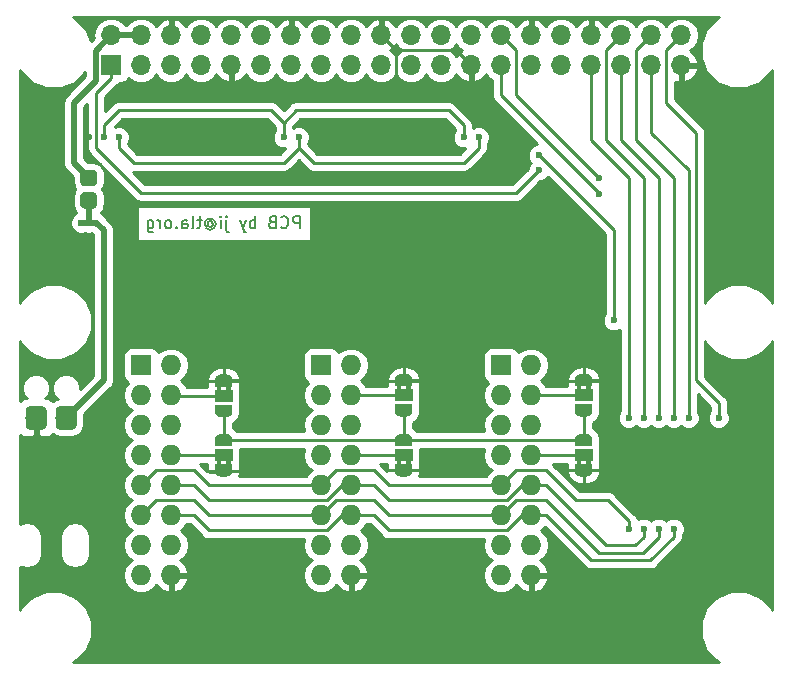
<source format=gbr>
G04 #@! TF.GenerationSoftware,KiCad,Pcbnew,5.0.2-bee76a0~70~ubuntu18.04.1*
G04 #@! TF.CreationDate,2019-03-16T21:16:43-04:00*
G04 #@! TF.ProjectId,rpi-rgb-led-matrix-hat,7270692d-7267-4622-9d6c-65642d6d6174,1.2*
G04 #@! TF.SameCoordinates,Original*
G04 #@! TF.FileFunction,Copper,L2,Bot*
G04 #@! TF.FilePolarity,Positive*
%FSLAX46Y46*%
G04 Gerber Fmt 4.6, Leading zero omitted, Abs format (unit mm)*
G04 Created by KiCad (PCBNEW 5.0.2-bee76a0~70~ubuntu18.04.1) date Sat 16 Mar 2019 21:16:43 EDT*
%MOMM*%
%LPD*%
G01*
G04 APERTURE LIST*
G04 #@! TA.AperFunction,NonConductor*
%ADD10C,0.150000*%
G04 #@! TD*
G04 #@! TA.AperFunction,ComponentPad*
%ADD11O,1.727200X1.727200*%
G04 #@! TD*
G04 #@! TA.AperFunction,ComponentPad*
%ADD12R,1.727200X1.727200*%
G04 #@! TD*
G04 #@! TA.AperFunction,ComponentPad*
%ADD13O,1.700000X1.700000*%
G04 #@! TD*
G04 #@! TA.AperFunction,ComponentPad*
%ADD14R,1.700000X1.700000*%
G04 #@! TD*
G04 #@! TA.AperFunction,SMDPad,CuDef*
%ADD15R,1.500000X1.000000*%
G04 #@! TD*
G04 #@! TA.AperFunction,SMDPad,CuDef*
%ADD16C,0.500000*%
G04 #@! TD*
G04 #@! TA.AperFunction,Conductor*
%ADD17C,0.100000*%
G04 #@! TD*
G04 #@! TA.AperFunction,ComponentPad*
%ADD18C,1.800000*%
G04 #@! TD*
G04 #@! TA.AperFunction,SMDPad,CuDef*
%ADD19C,1.400000*%
G04 #@! TD*
G04 #@! TA.AperFunction,ViaPad*
%ADD20C,0.600000*%
G04 #@! TD*
G04 #@! TA.AperFunction,Conductor*
%ADD21C,0.250000*%
G04 #@! TD*
G04 #@! TA.AperFunction,Conductor*
%ADD22C,0.500000*%
G04 #@! TD*
G04 #@! TA.AperFunction,Conductor*
%ADD23C,0.254000*%
G04 #@! TD*
G04 APERTURE END LIST*
D10*
X15953571Y-13787380D02*
X15953571Y-12787380D01*
X15572619Y-12787380D01*
X15477380Y-12835000D01*
X15429761Y-12882619D01*
X15382142Y-12977857D01*
X15382142Y-13120714D01*
X15429761Y-13215952D01*
X15477380Y-13263571D01*
X15572619Y-13311190D01*
X15953571Y-13311190D01*
X14382142Y-13692142D02*
X14429761Y-13739761D01*
X14572619Y-13787380D01*
X14667857Y-13787380D01*
X14810714Y-13739761D01*
X14905952Y-13644523D01*
X14953571Y-13549285D01*
X15001190Y-13358809D01*
X15001190Y-13215952D01*
X14953571Y-13025476D01*
X14905952Y-12930238D01*
X14810714Y-12835000D01*
X14667857Y-12787380D01*
X14572619Y-12787380D01*
X14429761Y-12835000D01*
X14382142Y-12882619D01*
X13620238Y-13263571D02*
X13477380Y-13311190D01*
X13429761Y-13358809D01*
X13382142Y-13454047D01*
X13382142Y-13596904D01*
X13429761Y-13692142D01*
X13477380Y-13739761D01*
X13572619Y-13787380D01*
X13953571Y-13787380D01*
X13953571Y-12787380D01*
X13620238Y-12787380D01*
X13525000Y-12835000D01*
X13477380Y-12882619D01*
X13429761Y-12977857D01*
X13429761Y-13073095D01*
X13477380Y-13168333D01*
X13525000Y-13215952D01*
X13620238Y-13263571D01*
X13953571Y-13263571D01*
X12191666Y-13787380D02*
X12191666Y-12787380D01*
X12191666Y-13168333D02*
X12096428Y-13120714D01*
X11905952Y-13120714D01*
X11810714Y-13168333D01*
X11763095Y-13215952D01*
X11715476Y-13311190D01*
X11715476Y-13596904D01*
X11763095Y-13692142D01*
X11810714Y-13739761D01*
X11905952Y-13787380D01*
X12096428Y-13787380D01*
X12191666Y-13739761D01*
X11382142Y-13120714D02*
X11144047Y-13787380D01*
X10905952Y-13120714D02*
X11144047Y-13787380D01*
X11239285Y-14025476D01*
X11286904Y-14073095D01*
X11382142Y-14120714D01*
X9763095Y-13120714D02*
X9763095Y-13977857D01*
X9810714Y-14073095D01*
X9905952Y-14120714D01*
X9953571Y-14120714D01*
X9763095Y-12787380D02*
X9810714Y-12835000D01*
X9763095Y-12882619D01*
X9715476Y-12835000D01*
X9763095Y-12787380D01*
X9763095Y-12882619D01*
X9286904Y-13787380D02*
X9286904Y-13120714D01*
X9286904Y-12787380D02*
X9334523Y-12835000D01*
X9286904Y-12882619D01*
X9239285Y-12835000D01*
X9286904Y-12787380D01*
X9286904Y-12882619D01*
X8191666Y-13311190D02*
X8239285Y-13263571D01*
X8334523Y-13215952D01*
X8429761Y-13215952D01*
X8525000Y-13263571D01*
X8572619Y-13311190D01*
X8620238Y-13406428D01*
X8620238Y-13501666D01*
X8572619Y-13596904D01*
X8525000Y-13644523D01*
X8429761Y-13692142D01*
X8334523Y-13692142D01*
X8239285Y-13644523D01*
X8191666Y-13596904D01*
X8191666Y-13215952D02*
X8191666Y-13596904D01*
X8144047Y-13644523D01*
X8096428Y-13644523D01*
X8001190Y-13596904D01*
X7953571Y-13501666D01*
X7953571Y-13263571D01*
X8048809Y-13120714D01*
X8191666Y-13025476D01*
X8382142Y-12977857D01*
X8572619Y-13025476D01*
X8715476Y-13120714D01*
X8810714Y-13263571D01*
X8858333Y-13454047D01*
X8810714Y-13644523D01*
X8715476Y-13787380D01*
X8572619Y-13882619D01*
X8382142Y-13930238D01*
X8191666Y-13882619D01*
X8048809Y-13787380D01*
X7667857Y-13120714D02*
X7286904Y-13120714D01*
X7525000Y-12787380D02*
X7525000Y-13644523D01*
X7477380Y-13739761D01*
X7382142Y-13787380D01*
X7286904Y-13787380D01*
X6810714Y-13787380D02*
X6905952Y-13739761D01*
X6953571Y-13644523D01*
X6953571Y-12787380D01*
X6001190Y-13787380D02*
X6001190Y-13263571D01*
X6048809Y-13168333D01*
X6144047Y-13120714D01*
X6334523Y-13120714D01*
X6429761Y-13168333D01*
X6001190Y-13739761D02*
X6096428Y-13787380D01*
X6334523Y-13787380D01*
X6429761Y-13739761D01*
X6477380Y-13644523D01*
X6477380Y-13549285D01*
X6429761Y-13454047D01*
X6334523Y-13406428D01*
X6096428Y-13406428D01*
X6001190Y-13358809D01*
X5525000Y-13692142D02*
X5477380Y-13739761D01*
X5525000Y-13787380D01*
X5572619Y-13739761D01*
X5525000Y-13692142D01*
X5525000Y-13787380D01*
X4905952Y-13787380D02*
X5001190Y-13739761D01*
X5048809Y-13692142D01*
X5096428Y-13596904D01*
X5096428Y-13311190D01*
X5048809Y-13215952D01*
X5001190Y-13168333D01*
X4905952Y-13120714D01*
X4763095Y-13120714D01*
X4667857Y-13168333D01*
X4620238Y-13215952D01*
X4572619Y-13311190D01*
X4572619Y-13596904D01*
X4620238Y-13692142D01*
X4667857Y-13739761D01*
X4763095Y-13787380D01*
X4905952Y-13787380D01*
X4144047Y-13787380D02*
X4144047Y-13120714D01*
X4144047Y-13311190D02*
X4096428Y-13215952D01*
X4048809Y-13168333D01*
X3953571Y-13120714D01*
X3858333Y-13120714D01*
X3096428Y-13120714D02*
X3096428Y-13930238D01*
X3144047Y-14025476D01*
X3191666Y-14073095D01*
X3286904Y-14120714D01*
X3429761Y-14120714D01*
X3525000Y-14073095D01*
X3096428Y-13739761D02*
X3191666Y-13787380D01*
X3382142Y-13787380D01*
X3477380Y-13739761D01*
X3525000Y-13692142D01*
X3572619Y-13596904D01*
X3572619Y-13311190D01*
X3525000Y-13215952D01*
X3477380Y-13168333D01*
X3382142Y-13120714D01*
X3191666Y-13120714D01*
X3096428Y-13168333D01*
D11*
G04 #@! TO.P,J6,16*
G04 #@! TO.N,GND*
X35560000Y-43180000D03*
G04 #@! TO.P,J6,15*
G04 #@! TO.N,/~OE_3_R*
X33020000Y-43180000D03*
G04 #@! TO.P,J6,14*
G04 #@! TO.N,/STROBE_3_R*
X35560000Y-40640000D03*
G04 #@! TO.P,J6,13*
G04 #@! TO.N,/CLK_3_R*
X33020000Y-40640000D03*
G04 #@! TO.P,J6,12*
G04 #@! TO.N,/D_R*
X35560000Y-38100000D03*
G04 #@! TO.P,J6,11*
G04 #@! TO.N,/C_R*
X33020000Y-38100000D03*
G04 #@! TO.P,J6,10*
G04 #@! TO.N,/B_R*
X35560000Y-35560000D03*
G04 #@! TO.P,J6,9*
G04 #@! TO.N,/A_R*
X33020000Y-35560000D03*
G04 #@! TO.P,J6,8*
G04 #@! TO.N,Net-(J6-Pad8)*
X35560000Y-33020000D03*
G04 #@! TO.P,J6,7*
G04 #@! TO.N,/B2_3_R*
X33020000Y-33020000D03*
G04 #@! TO.P,J6,6*
G04 #@! TO.N,/G2_3_R*
X35560000Y-30480000D03*
G04 #@! TO.P,J6,5*
G04 #@! TO.N,/R2_3_R*
X33020000Y-30480000D03*
G04 #@! TO.P,J6,4*
G04 #@! TO.N,Net-(J6-Pad4)*
X35560000Y-27940000D03*
G04 #@! TO.P,J6,3*
G04 #@! TO.N,/B1_3_R*
X33020000Y-27940000D03*
G04 #@! TO.P,J6,2*
G04 #@! TO.N,/G1_3_R*
X35560000Y-25400000D03*
D12*
G04 #@! TO.P,J6,1*
G04 #@! TO.N,/R1_3_R*
X33020000Y-25400000D03*
G04 #@! TD*
D11*
G04 #@! TO.P,J4,16*
G04 #@! TO.N,GND*
X5080000Y-43180000D03*
G04 #@! TO.P,J4,15*
G04 #@! TO.N,/~OE_1_R*
X2540000Y-43180000D03*
G04 #@! TO.P,J4,14*
G04 #@! TO.N,/STROBE_1_R*
X5080000Y-40640000D03*
G04 #@! TO.P,J4,13*
G04 #@! TO.N,/CLK_1_R*
X2540000Y-40640000D03*
G04 #@! TO.P,J4,12*
G04 #@! TO.N,/D_R*
X5080000Y-38100000D03*
G04 #@! TO.P,J4,11*
G04 #@! TO.N,/C_R*
X2540000Y-38100000D03*
G04 #@! TO.P,J4,10*
G04 #@! TO.N,/B_R*
X5080000Y-35560000D03*
G04 #@! TO.P,J4,9*
G04 #@! TO.N,/A_R*
X2540000Y-35560000D03*
G04 #@! TO.P,J4,8*
G04 #@! TO.N,Net-(J4-Pad8)*
X5080000Y-33020000D03*
G04 #@! TO.P,J4,7*
G04 #@! TO.N,/B2_1_R*
X2540000Y-33020000D03*
G04 #@! TO.P,J4,6*
G04 #@! TO.N,/G2_1_R*
X5080000Y-30480000D03*
G04 #@! TO.P,J4,5*
G04 #@! TO.N,/R2_1_R*
X2540000Y-30480000D03*
G04 #@! TO.P,J4,4*
G04 #@! TO.N,Net-(J4-Pad4)*
X5080000Y-27940000D03*
G04 #@! TO.P,J4,3*
G04 #@! TO.N,/B1_1_R*
X2540000Y-27940000D03*
G04 #@! TO.P,J4,2*
G04 #@! TO.N,/G1_1_R*
X5080000Y-25400000D03*
D12*
G04 #@! TO.P,J4,1*
G04 #@! TO.N,/R1_1_R*
X2540000Y-25400000D03*
G04 #@! TD*
D11*
G04 #@! TO.P,J5,16*
G04 #@! TO.N,GND*
X20320000Y-43180000D03*
G04 #@! TO.P,J5,15*
G04 #@! TO.N,/~OE_2_R*
X17780000Y-43180000D03*
G04 #@! TO.P,J5,14*
G04 #@! TO.N,/STROBE_2_R*
X20320000Y-40640000D03*
G04 #@! TO.P,J5,13*
G04 #@! TO.N,/CLK_2_R*
X17780000Y-40640000D03*
G04 #@! TO.P,J5,12*
G04 #@! TO.N,/D_R*
X20320000Y-38100000D03*
G04 #@! TO.P,J5,11*
G04 #@! TO.N,/C_R*
X17780000Y-38100000D03*
G04 #@! TO.P,J5,10*
G04 #@! TO.N,/B_R*
X20320000Y-35560000D03*
G04 #@! TO.P,J5,9*
G04 #@! TO.N,/A_R*
X17780000Y-35560000D03*
G04 #@! TO.P,J5,8*
G04 #@! TO.N,Net-(J5-Pad8)*
X20320000Y-33020000D03*
G04 #@! TO.P,J5,7*
G04 #@! TO.N,/B2_2_R*
X17780000Y-33020000D03*
G04 #@! TO.P,J5,6*
G04 #@! TO.N,/G2_2_R*
X20320000Y-30480000D03*
G04 #@! TO.P,J5,5*
G04 #@! TO.N,/R2_2_R*
X17780000Y-30480000D03*
G04 #@! TO.P,J5,4*
G04 #@! TO.N,Net-(J5-Pad4)*
X20320000Y-27940000D03*
G04 #@! TO.P,J5,3*
G04 #@! TO.N,/B1_2_R*
X17780000Y-27940000D03*
G04 #@! TO.P,J5,2*
G04 #@! TO.N,/G1_2_R*
X20320000Y-25400000D03*
D12*
G04 #@! TO.P,J5,1*
G04 #@! TO.N,/R1_2_R*
X17780000Y-25400000D03*
G04 #@! TD*
D13*
G04 #@! TO.P,P1,40*
G04 #@! TO.N,/STROBE*
X48260000Y2540000D03*
G04 #@! TO.P,P1,39*
G04 #@! TO.N,GND*
X48260000Y0D03*
G04 #@! TO.P,P1,38*
G04 #@! TO.N,/C*
X45720000Y2540000D03*
G04 #@! TO.P,P1,37*
G04 #@! TO.N,/D*
X45720000Y0D03*
G04 #@! TO.P,P1,36*
G04 #@! TO.N,/A*
X43180000Y2540000D03*
G04 #@! TO.P,P1,35*
G04 #@! TO.N,/B*
X43180000Y0D03*
G04 #@! TO.P,P1,34*
G04 #@! TO.N,GND*
X40640000Y2540000D03*
G04 #@! TO.P,P1,33*
G04 #@! TO.N,/E*
X40640000Y0D03*
G04 #@! TO.P,P1,32*
G04 #@! TO.N,/G2_3*
X38100000Y2540000D03*
G04 #@! TO.P,P1,31*
G04 #@! TO.N,/G1_3*
X38100000Y0D03*
G04 #@! TO.P,P1,30*
G04 #@! TO.N,GND*
X35560000Y2540000D03*
G04 #@! TO.P,P1,29*
G04 #@! TO.N,/R1_3*
X35560000Y0D03*
G04 #@! TO.P,P1,28*
G04 #@! TO.N,/ID_SC*
X33020000Y2540000D03*
G04 #@! TO.P,P1,27*
G04 #@! TO.N,/ID_SD*
X33020000Y0D03*
G04 #@! TO.P,P1,26*
G04 #@! TO.N,/B1_3*
X30480000Y2540000D03*
G04 #@! TO.P,P1,25*
G04 #@! TO.N,GND*
X30480000Y0D03*
G04 #@! TO.P,P1,24*
G04 #@! TO.N,/R2_3*
X27940000Y2540000D03*
G04 #@! TO.P,P1,23*
G04 #@! TO.N,/B2_3*
X27940000Y0D03*
G04 #@! TO.P,P1,22*
G04 #@! TO.N,/G2_2*
X25400000Y2540000D03*
G04 #@! TO.P,P1,21*
G04 #@! TO.N,/G1_2*
X25400000Y0D03*
G04 #@! TO.P,P1,20*
G04 #@! TO.N,GND*
X22860000Y2540000D03*
G04 #@! TO.P,P1,19*
G04 #@! TO.N,/R1_2*
X22860000Y0D03*
G04 #@! TO.P,P1,18*
G04 #@! TO.N,/B1_2*
X20320000Y2540000D03*
G04 #@! TO.P,P1,17*
G04 #@! TO.N,N/C*
X20320000Y0D03*
G04 #@! TO.P,P1,16*
G04 #@! TO.N,/B2_2*
X17780000Y2540000D03*
G04 #@! TO.P,P1,15*
G04 #@! TO.N,/R2_2*
X17780000Y0D03*
G04 #@! TO.P,P1,14*
G04 #@! TO.N,GND*
X15240000Y2540000D03*
G04 #@! TO.P,P1,13*
G04 #@! TO.N,/CLK*
X15240000Y0D03*
G04 #@! TO.P,P1,12*
G04 #@! TO.N,/~OE*
X12700000Y2540000D03*
G04 #@! TO.P,P1,11*
G04 #@! TO.N,/G1_1*
X12700000Y0D03*
G04 #@! TO.P,P1,10*
G04 #@! TO.N,/G2_1*
X10160000Y2540000D03*
G04 #@! TO.P,P1,9*
G04 #@! TO.N,GND*
X10160000Y0D03*
G04 #@! TO.P,P1,8*
G04 #@! TO.N,/B1_1*
X7620000Y2540000D03*
G04 #@! TO.P,P1,7*
G04 #@! TO.N,/R1_1*
X7620000Y0D03*
G04 #@! TO.P,P1,6*
G04 #@! TO.N,GND*
X5080000Y2540000D03*
G04 #@! TO.P,P1,5*
G04 #@! TO.N,/R2_1*
X5080000Y0D03*
G04 #@! TO.P,P1,4*
G04 #@! TO.N,/HAT_5V*
X2540000Y2540000D03*
G04 #@! TO.P,P1,3*
G04 #@! TO.N,/B2_1*
X2540000Y0D03*
G04 #@! TO.P,P1,2*
G04 #@! TO.N,/HAT_5V*
X0Y2540000D03*
D14*
G04 #@! TO.P,P1,1*
G04 #@! TO.N,+3V3*
X0Y0D03*
G04 #@! TD*
D15*
G04 #@! TO.P,JP3,2*
G04 #@! TO.N,Net-(J4-Pad4)*
X9525000Y-27970000D03*
D16*
G04 #@! TO.P,JP3,3*
G04 #@! TO.N,/E_R*
X9525000Y-29270000D03*
D17*
G04 #@! TD*
G04 #@! TO.N,/E_R*
G04 #@! TO.C,JP3*
G36*
X10274398Y-29270000D02*
X10274398Y-29294534D01*
X10269588Y-29343365D01*
X10260016Y-29391490D01*
X10245772Y-29438445D01*
X10226995Y-29483778D01*
X10203864Y-29527051D01*
X10176604Y-29567850D01*
X10145476Y-29605779D01*
X10110779Y-29640476D01*
X10072850Y-29671604D01*
X10032051Y-29698864D01*
X9988778Y-29721995D01*
X9943445Y-29740772D01*
X9896490Y-29755016D01*
X9848365Y-29764588D01*
X9799534Y-29769398D01*
X9775000Y-29769398D01*
X9775000Y-29770000D01*
X9275000Y-29770000D01*
X9275000Y-29769398D01*
X9250466Y-29769398D01*
X9201635Y-29764588D01*
X9153510Y-29755016D01*
X9106555Y-29740772D01*
X9061222Y-29721995D01*
X9017949Y-29698864D01*
X8977150Y-29671604D01*
X8939221Y-29640476D01*
X8904524Y-29605779D01*
X8873396Y-29567850D01*
X8846136Y-29527051D01*
X8823005Y-29483778D01*
X8804228Y-29438445D01*
X8789984Y-29391490D01*
X8780412Y-29343365D01*
X8775602Y-29294534D01*
X8775602Y-29270000D01*
X8775000Y-29270000D01*
X8775000Y-28720000D01*
X10275000Y-28720000D01*
X10275000Y-29270000D01*
X10274398Y-29270000D01*
X10274398Y-29270000D01*
G37*
D16*
G04 #@! TO.P,JP3,1*
G04 #@! TO.N,GND*
X9525000Y-26670000D03*
D17*
G04 #@! TD*
G04 #@! TO.N,GND*
G04 #@! TO.C,JP3*
G36*
X10125000Y-27220000D02*
X10125000Y-27570000D01*
X9725000Y-27570000D01*
X9725000Y-27220000D01*
X9325000Y-27220000D01*
X9325000Y-27570000D01*
X8925000Y-27570000D01*
X8925000Y-27220000D01*
X8775000Y-27220000D01*
X8775000Y-26670000D01*
X8775602Y-26670000D01*
X8775602Y-26645466D01*
X8780412Y-26596635D01*
X8789984Y-26548510D01*
X8804228Y-26501555D01*
X8823005Y-26456222D01*
X8846136Y-26412949D01*
X8873396Y-26372150D01*
X8904524Y-26334221D01*
X8939221Y-26299524D01*
X8977150Y-26268396D01*
X9017949Y-26241136D01*
X9061222Y-26218005D01*
X9106555Y-26199228D01*
X9153510Y-26184984D01*
X9201635Y-26175412D01*
X9250466Y-26170602D01*
X9275000Y-26170602D01*
X9275000Y-26170000D01*
X9775000Y-26170000D01*
X9775000Y-26170602D01*
X9799534Y-26170602D01*
X9848365Y-26175412D01*
X9896490Y-26184984D01*
X9943445Y-26199228D01*
X9988778Y-26218005D01*
X10032051Y-26241136D01*
X10072850Y-26268396D01*
X10110779Y-26299524D01*
X10145476Y-26334221D01*
X10176604Y-26372150D01*
X10203864Y-26412949D01*
X10226995Y-26456222D01*
X10245772Y-26501555D01*
X10260016Y-26548510D01*
X10269588Y-26596635D01*
X10274398Y-26645466D01*
X10274398Y-26670000D01*
X10275000Y-26670000D01*
X10275000Y-27220000D01*
X10125000Y-27220000D01*
X10125000Y-27220000D01*
G37*
D15*
G04 #@! TO.P,JP4,2*
G04 #@! TO.N,Net-(J4-Pad8)*
X9525000Y-33020000D03*
D16*
G04 #@! TO.P,JP4,3*
G04 #@! TO.N,/E_R*
X9525000Y-31720000D03*
D17*
G04 #@! TD*
G04 #@! TO.N,/E_R*
G04 #@! TO.C,JP4*
G36*
X8775602Y-31720000D02*
X8775602Y-31695466D01*
X8780412Y-31646635D01*
X8789984Y-31598510D01*
X8804228Y-31551555D01*
X8823005Y-31506222D01*
X8846136Y-31462949D01*
X8873396Y-31422150D01*
X8904524Y-31384221D01*
X8939221Y-31349524D01*
X8977150Y-31318396D01*
X9017949Y-31291136D01*
X9061222Y-31268005D01*
X9106555Y-31249228D01*
X9153510Y-31234984D01*
X9201635Y-31225412D01*
X9250466Y-31220602D01*
X9275000Y-31220602D01*
X9275000Y-31220000D01*
X9775000Y-31220000D01*
X9775000Y-31220602D01*
X9799534Y-31220602D01*
X9848365Y-31225412D01*
X9896490Y-31234984D01*
X9943445Y-31249228D01*
X9988778Y-31268005D01*
X10032051Y-31291136D01*
X10072850Y-31318396D01*
X10110779Y-31349524D01*
X10145476Y-31384221D01*
X10176604Y-31422150D01*
X10203864Y-31462949D01*
X10226995Y-31506222D01*
X10245772Y-31551555D01*
X10260016Y-31598510D01*
X10269588Y-31646635D01*
X10274398Y-31695466D01*
X10274398Y-31720000D01*
X10275000Y-31720000D01*
X10275000Y-32270000D01*
X8775000Y-32270000D01*
X8775000Y-31720000D01*
X8775602Y-31720000D01*
X8775602Y-31720000D01*
G37*
D16*
G04 #@! TO.P,JP4,1*
G04 #@! TO.N,GND*
X9525000Y-34320000D03*
D17*
G04 #@! TD*
G04 #@! TO.N,GND*
G04 #@! TO.C,JP4*
G36*
X8925000Y-33770000D02*
X8925000Y-33420000D01*
X9325000Y-33420000D01*
X9325000Y-33770000D01*
X9725000Y-33770000D01*
X9725000Y-33420000D01*
X10125000Y-33420000D01*
X10125000Y-33770000D01*
X10275000Y-33770000D01*
X10275000Y-34320000D01*
X10274398Y-34320000D01*
X10274398Y-34344534D01*
X10269588Y-34393365D01*
X10260016Y-34441490D01*
X10245772Y-34488445D01*
X10226995Y-34533778D01*
X10203864Y-34577051D01*
X10176604Y-34617850D01*
X10145476Y-34655779D01*
X10110779Y-34690476D01*
X10072850Y-34721604D01*
X10032051Y-34748864D01*
X9988778Y-34771995D01*
X9943445Y-34790772D01*
X9896490Y-34805016D01*
X9848365Y-34814588D01*
X9799534Y-34819398D01*
X9775000Y-34819398D01*
X9775000Y-34820000D01*
X9275000Y-34820000D01*
X9275000Y-34819398D01*
X9250466Y-34819398D01*
X9201635Y-34814588D01*
X9153510Y-34805016D01*
X9106555Y-34790772D01*
X9061222Y-34771995D01*
X9017949Y-34748864D01*
X8977150Y-34721604D01*
X8939221Y-34690476D01*
X8904524Y-34655779D01*
X8873396Y-34617850D01*
X8846136Y-34577051D01*
X8823005Y-34533778D01*
X8804228Y-34488445D01*
X8789984Y-34441490D01*
X8780412Y-34393365D01*
X8775602Y-34344534D01*
X8775602Y-34320000D01*
X8775000Y-34320000D01*
X8775000Y-33770000D01*
X8925000Y-33770000D01*
X8925000Y-33770000D01*
G37*
D15*
G04 #@! TO.P,JP5,2*
G04 #@! TO.N,Net-(J5-Pad4)*
X24765000Y-27940000D03*
D16*
G04 #@! TO.P,JP5,3*
G04 #@! TO.N,/E_R*
X24765000Y-29240000D03*
D17*
G04 #@! TD*
G04 #@! TO.N,/E_R*
G04 #@! TO.C,JP5*
G36*
X25514398Y-29240000D02*
X25514398Y-29264534D01*
X25509588Y-29313365D01*
X25500016Y-29361490D01*
X25485772Y-29408445D01*
X25466995Y-29453778D01*
X25443864Y-29497051D01*
X25416604Y-29537850D01*
X25385476Y-29575779D01*
X25350779Y-29610476D01*
X25312850Y-29641604D01*
X25272051Y-29668864D01*
X25228778Y-29691995D01*
X25183445Y-29710772D01*
X25136490Y-29725016D01*
X25088365Y-29734588D01*
X25039534Y-29739398D01*
X25015000Y-29739398D01*
X25015000Y-29740000D01*
X24515000Y-29740000D01*
X24515000Y-29739398D01*
X24490466Y-29739398D01*
X24441635Y-29734588D01*
X24393510Y-29725016D01*
X24346555Y-29710772D01*
X24301222Y-29691995D01*
X24257949Y-29668864D01*
X24217150Y-29641604D01*
X24179221Y-29610476D01*
X24144524Y-29575779D01*
X24113396Y-29537850D01*
X24086136Y-29497051D01*
X24063005Y-29453778D01*
X24044228Y-29408445D01*
X24029984Y-29361490D01*
X24020412Y-29313365D01*
X24015602Y-29264534D01*
X24015602Y-29240000D01*
X24015000Y-29240000D01*
X24015000Y-28690000D01*
X25515000Y-28690000D01*
X25515000Y-29240000D01*
X25514398Y-29240000D01*
X25514398Y-29240000D01*
G37*
D16*
G04 #@! TO.P,JP5,1*
G04 #@! TO.N,GND*
X24765000Y-26640000D03*
D17*
G04 #@! TD*
G04 #@! TO.N,GND*
G04 #@! TO.C,JP5*
G36*
X25365000Y-27190000D02*
X25365000Y-27540000D01*
X24965000Y-27540000D01*
X24965000Y-27190000D01*
X24565000Y-27190000D01*
X24565000Y-27540000D01*
X24165000Y-27540000D01*
X24165000Y-27190000D01*
X24015000Y-27190000D01*
X24015000Y-26640000D01*
X24015602Y-26640000D01*
X24015602Y-26615466D01*
X24020412Y-26566635D01*
X24029984Y-26518510D01*
X24044228Y-26471555D01*
X24063005Y-26426222D01*
X24086136Y-26382949D01*
X24113396Y-26342150D01*
X24144524Y-26304221D01*
X24179221Y-26269524D01*
X24217150Y-26238396D01*
X24257949Y-26211136D01*
X24301222Y-26188005D01*
X24346555Y-26169228D01*
X24393510Y-26154984D01*
X24441635Y-26145412D01*
X24490466Y-26140602D01*
X24515000Y-26140602D01*
X24515000Y-26140000D01*
X25015000Y-26140000D01*
X25015000Y-26140602D01*
X25039534Y-26140602D01*
X25088365Y-26145412D01*
X25136490Y-26154984D01*
X25183445Y-26169228D01*
X25228778Y-26188005D01*
X25272051Y-26211136D01*
X25312850Y-26238396D01*
X25350779Y-26269524D01*
X25385476Y-26304221D01*
X25416604Y-26342150D01*
X25443864Y-26382949D01*
X25466995Y-26426222D01*
X25485772Y-26471555D01*
X25500016Y-26518510D01*
X25509588Y-26566635D01*
X25514398Y-26615466D01*
X25514398Y-26640000D01*
X25515000Y-26640000D01*
X25515000Y-27190000D01*
X25365000Y-27190000D01*
X25365000Y-27190000D01*
G37*
D15*
G04 #@! TO.P,JP6,2*
G04 #@! TO.N,Net-(J5-Pad8)*
X24765000Y-33020000D03*
D16*
G04 #@! TO.P,JP6,3*
G04 #@! TO.N,/E_R*
X24765000Y-31720000D03*
D17*
G04 #@! TD*
G04 #@! TO.N,/E_R*
G04 #@! TO.C,JP6*
G36*
X24015602Y-31720000D02*
X24015602Y-31695466D01*
X24020412Y-31646635D01*
X24029984Y-31598510D01*
X24044228Y-31551555D01*
X24063005Y-31506222D01*
X24086136Y-31462949D01*
X24113396Y-31422150D01*
X24144524Y-31384221D01*
X24179221Y-31349524D01*
X24217150Y-31318396D01*
X24257949Y-31291136D01*
X24301222Y-31268005D01*
X24346555Y-31249228D01*
X24393510Y-31234984D01*
X24441635Y-31225412D01*
X24490466Y-31220602D01*
X24515000Y-31220602D01*
X24515000Y-31220000D01*
X25015000Y-31220000D01*
X25015000Y-31220602D01*
X25039534Y-31220602D01*
X25088365Y-31225412D01*
X25136490Y-31234984D01*
X25183445Y-31249228D01*
X25228778Y-31268005D01*
X25272051Y-31291136D01*
X25312850Y-31318396D01*
X25350779Y-31349524D01*
X25385476Y-31384221D01*
X25416604Y-31422150D01*
X25443864Y-31462949D01*
X25466995Y-31506222D01*
X25485772Y-31551555D01*
X25500016Y-31598510D01*
X25509588Y-31646635D01*
X25514398Y-31695466D01*
X25514398Y-31720000D01*
X25515000Y-31720000D01*
X25515000Y-32270000D01*
X24015000Y-32270000D01*
X24015000Y-31720000D01*
X24015602Y-31720000D01*
X24015602Y-31720000D01*
G37*
D16*
G04 #@! TO.P,JP6,1*
G04 #@! TO.N,GND*
X24765000Y-34320000D03*
D17*
G04 #@! TD*
G04 #@! TO.N,GND*
G04 #@! TO.C,JP6*
G36*
X24165000Y-33770000D02*
X24165000Y-33420000D01*
X24565000Y-33420000D01*
X24565000Y-33770000D01*
X24965000Y-33770000D01*
X24965000Y-33420000D01*
X25365000Y-33420000D01*
X25365000Y-33770000D01*
X25515000Y-33770000D01*
X25515000Y-34320000D01*
X25514398Y-34320000D01*
X25514398Y-34344534D01*
X25509588Y-34393365D01*
X25500016Y-34441490D01*
X25485772Y-34488445D01*
X25466995Y-34533778D01*
X25443864Y-34577051D01*
X25416604Y-34617850D01*
X25385476Y-34655779D01*
X25350779Y-34690476D01*
X25312850Y-34721604D01*
X25272051Y-34748864D01*
X25228778Y-34771995D01*
X25183445Y-34790772D01*
X25136490Y-34805016D01*
X25088365Y-34814588D01*
X25039534Y-34819398D01*
X25015000Y-34819398D01*
X25015000Y-34820000D01*
X24515000Y-34820000D01*
X24515000Y-34819398D01*
X24490466Y-34819398D01*
X24441635Y-34814588D01*
X24393510Y-34805016D01*
X24346555Y-34790772D01*
X24301222Y-34771995D01*
X24257949Y-34748864D01*
X24217150Y-34721604D01*
X24179221Y-34690476D01*
X24144524Y-34655779D01*
X24113396Y-34617850D01*
X24086136Y-34577051D01*
X24063005Y-34533778D01*
X24044228Y-34488445D01*
X24029984Y-34441490D01*
X24020412Y-34393365D01*
X24015602Y-34344534D01*
X24015602Y-34320000D01*
X24015000Y-34320000D01*
X24015000Y-33770000D01*
X24165000Y-33770000D01*
X24165000Y-33770000D01*
G37*
D15*
G04 #@! TO.P,JP7,2*
G04 #@! TO.N,Net-(J6-Pad4)*
X40005000Y-27940000D03*
D16*
G04 #@! TO.P,JP7,3*
G04 #@! TO.N,/E_R*
X40005000Y-29240000D03*
D17*
G04 #@! TD*
G04 #@! TO.N,/E_R*
G04 #@! TO.C,JP7*
G36*
X40754398Y-29240000D02*
X40754398Y-29264534D01*
X40749588Y-29313365D01*
X40740016Y-29361490D01*
X40725772Y-29408445D01*
X40706995Y-29453778D01*
X40683864Y-29497051D01*
X40656604Y-29537850D01*
X40625476Y-29575779D01*
X40590779Y-29610476D01*
X40552850Y-29641604D01*
X40512051Y-29668864D01*
X40468778Y-29691995D01*
X40423445Y-29710772D01*
X40376490Y-29725016D01*
X40328365Y-29734588D01*
X40279534Y-29739398D01*
X40255000Y-29739398D01*
X40255000Y-29740000D01*
X39755000Y-29740000D01*
X39755000Y-29739398D01*
X39730466Y-29739398D01*
X39681635Y-29734588D01*
X39633510Y-29725016D01*
X39586555Y-29710772D01*
X39541222Y-29691995D01*
X39497949Y-29668864D01*
X39457150Y-29641604D01*
X39419221Y-29610476D01*
X39384524Y-29575779D01*
X39353396Y-29537850D01*
X39326136Y-29497051D01*
X39303005Y-29453778D01*
X39284228Y-29408445D01*
X39269984Y-29361490D01*
X39260412Y-29313365D01*
X39255602Y-29264534D01*
X39255602Y-29240000D01*
X39255000Y-29240000D01*
X39255000Y-28690000D01*
X40755000Y-28690000D01*
X40755000Y-29240000D01*
X40754398Y-29240000D01*
X40754398Y-29240000D01*
G37*
D16*
G04 #@! TO.P,JP7,1*
G04 #@! TO.N,GND*
X40005000Y-26640000D03*
D17*
G04 #@! TD*
G04 #@! TO.N,GND*
G04 #@! TO.C,JP7*
G36*
X40605000Y-27190000D02*
X40605000Y-27540000D01*
X40205000Y-27540000D01*
X40205000Y-27190000D01*
X39805000Y-27190000D01*
X39805000Y-27540000D01*
X39405000Y-27540000D01*
X39405000Y-27190000D01*
X39255000Y-27190000D01*
X39255000Y-26640000D01*
X39255602Y-26640000D01*
X39255602Y-26615466D01*
X39260412Y-26566635D01*
X39269984Y-26518510D01*
X39284228Y-26471555D01*
X39303005Y-26426222D01*
X39326136Y-26382949D01*
X39353396Y-26342150D01*
X39384524Y-26304221D01*
X39419221Y-26269524D01*
X39457150Y-26238396D01*
X39497949Y-26211136D01*
X39541222Y-26188005D01*
X39586555Y-26169228D01*
X39633510Y-26154984D01*
X39681635Y-26145412D01*
X39730466Y-26140602D01*
X39755000Y-26140602D01*
X39755000Y-26140000D01*
X40255000Y-26140000D01*
X40255000Y-26140602D01*
X40279534Y-26140602D01*
X40328365Y-26145412D01*
X40376490Y-26154984D01*
X40423445Y-26169228D01*
X40468778Y-26188005D01*
X40512051Y-26211136D01*
X40552850Y-26238396D01*
X40590779Y-26269524D01*
X40625476Y-26304221D01*
X40656604Y-26342150D01*
X40683864Y-26382949D01*
X40706995Y-26426222D01*
X40725772Y-26471555D01*
X40740016Y-26518510D01*
X40749588Y-26566635D01*
X40754398Y-26615466D01*
X40754398Y-26640000D01*
X40755000Y-26640000D01*
X40755000Y-27190000D01*
X40605000Y-27190000D01*
X40605000Y-27190000D01*
G37*
D15*
G04 #@! TO.P,JP8,2*
G04 #@! TO.N,Net-(J6-Pad8)*
X40005000Y-33020000D03*
D16*
G04 #@! TO.P,JP8,3*
G04 #@! TO.N,/E_R*
X40005000Y-31720000D03*
D17*
G04 #@! TD*
G04 #@! TO.N,/E_R*
G04 #@! TO.C,JP8*
G36*
X39255602Y-31720000D02*
X39255602Y-31695466D01*
X39260412Y-31646635D01*
X39269984Y-31598510D01*
X39284228Y-31551555D01*
X39303005Y-31506222D01*
X39326136Y-31462949D01*
X39353396Y-31422150D01*
X39384524Y-31384221D01*
X39419221Y-31349524D01*
X39457150Y-31318396D01*
X39497949Y-31291136D01*
X39541222Y-31268005D01*
X39586555Y-31249228D01*
X39633510Y-31234984D01*
X39681635Y-31225412D01*
X39730466Y-31220602D01*
X39755000Y-31220602D01*
X39755000Y-31220000D01*
X40255000Y-31220000D01*
X40255000Y-31220602D01*
X40279534Y-31220602D01*
X40328365Y-31225412D01*
X40376490Y-31234984D01*
X40423445Y-31249228D01*
X40468778Y-31268005D01*
X40512051Y-31291136D01*
X40552850Y-31318396D01*
X40590779Y-31349524D01*
X40625476Y-31384221D01*
X40656604Y-31422150D01*
X40683864Y-31462949D01*
X40706995Y-31506222D01*
X40725772Y-31551555D01*
X40740016Y-31598510D01*
X40749588Y-31646635D01*
X40754398Y-31695466D01*
X40754398Y-31720000D01*
X40755000Y-31720000D01*
X40755000Y-32270000D01*
X39255000Y-32270000D01*
X39255000Y-31720000D01*
X39255602Y-31720000D01*
X39255602Y-31720000D01*
G37*
D16*
G04 #@! TO.P,JP8,1*
G04 #@! TO.N,GND*
X40005000Y-34320000D03*
D17*
G04 #@! TD*
G04 #@! TO.N,GND*
G04 #@! TO.C,JP8*
G36*
X39405000Y-33770000D02*
X39405000Y-33420000D01*
X39805000Y-33420000D01*
X39805000Y-33770000D01*
X40205000Y-33770000D01*
X40205000Y-33420000D01*
X40605000Y-33420000D01*
X40605000Y-33770000D01*
X40755000Y-33770000D01*
X40755000Y-34320000D01*
X40754398Y-34320000D01*
X40754398Y-34344534D01*
X40749588Y-34393365D01*
X40740016Y-34441490D01*
X40725772Y-34488445D01*
X40706995Y-34533778D01*
X40683864Y-34577051D01*
X40656604Y-34617850D01*
X40625476Y-34655779D01*
X40590779Y-34690476D01*
X40552850Y-34721604D01*
X40512051Y-34748864D01*
X40468778Y-34771995D01*
X40423445Y-34790772D01*
X40376490Y-34805016D01*
X40328365Y-34814588D01*
X40279534Y-34819398D01*
X40255000Y-34819398D01*
X40255000Y-34820000D01*
X39755000Y-34820000D01*
X39755000Y-34819398D01*
X39730466Y-34819398D01*
X39681635Y-34814588D01*
X39633510Y-34805016D01*
X39586555Y-34790772D01*
X39541222Y-34771995D01*
X39497949Y-34748864D01*
X39457150Y-34721604D01*
X39419221Y-34690476D01*
X39384524Y-34655779D01*
X39353396Y-34617850D01*
X39326136Y-34577051D01*
X39303005Y-34533778D01*
X39284228Y-34488445D01*
X39269984Y-34441490D01*
X39260412Y-34393365D01*
X39255602Y-34344534D01*
X39255602Y-34320000D01*
X39255000Y-34320000D01*
X39255000Y-33770000D01*
X39405000Y-33770000D01*
X39405000Y-33770000D01*
G37*
G04 #@! TO.N,GND*
G04 #@! TO.C,J3*
G36*
X-5855892Y-28847167D02*
X-5812209Y-28853647D01*
X-5769372Y-28864377D01*
X-5727792Y-28879254D01*
X-5687871Y-28898135D01*
X-5649993Y-28920839D01*
X-5614523Y-28947145D01*
X-5581802Y-28976802D01*
X-5552145Y-29009523D01*
X-5525839Y-29044993D01*
X-5503135Y-29082871D01*
X-5484254Y-29122792D01*
X-5469377Y-29164372D01*
X-5458647Y-29207209D01*
X-5452167Y-29250892D01*
X-5450000Y-29295000D01*
X-5450000Y-30395000D01*
X-5452167Y-30439108D01*
X-5458647Y-30482791D01*
X-5469377Y-30525628D01*
X-5484254Y-30567208D01*
X-5503135Y-30607129D01*
X-5525839Y-30645007D01*
X-5552145Y-30680477D01*
X-5581802Y-30713198D01*
X-5614523Y-30742855D01*
X-5649993Y-30769161D01*
X-5687871Y-30791865D01*
X-5727792Y-30810746D01*
X-5769372Y-30825623D01*
X-5812209Y-30836353D01*
X-5855892Y-30842833D01*
X-5900000Y-30845000D01*
X-6800000Y-30845000D01*
X-6844108Y-30842833D01*
X-6887791Y-30836353D01*
X-6930628Y-30825623D01*
X-6972208Y-30810746D01*
X-7012129Y-30791865D01*
X-7050007Y-30769161D01*
X-7085477Y-30742855D01*
X-7118198Y-30713198D01*
X-7147855Y-30680477D01*
X-7174161Y-30645007D01*
X-7196865Y-30607129D01*
X-7215746Y-30567208D01*
X-7230623Y-30525628D01*
X-7241353Y-30482791D01*
X-7247833Y-30439108D01*
X-7250000Y-30395000D01*
X-7250000Y-29295000D01*
X-7247833Y-29250892D01*
X-7241353Y-29207209D01*
X-7230623Y-29164372D01*
X-7215746Y-29122792D01*
X-7196865Y-29082871D01*
X-7174161Y-29044993D01*
X-7147855Y-29009523D01*
X-7118198Y-28976802D01*
X-7085477Y-28947145D01*
X-7050007Y-28920839D01*
X-7012129Y-28898135D01*
X-6972208Y-28879254D01*
X-6930628Y-28864377D01*
X-6887791Y-28853647D01*
X-6844108Y-28847167D01*
X-6800000Y-28845000D01*
X-5900000Y-28845000D01*
X-5855892Y-28847167D01*
X-5855892Y-28847167D01*
G37*
D18*
G04 #@! TD*
G04 #@! TO.P,J3,2*
G04 #@! TO.N,GND*
X-6350000Y-29845000D03*
D17*
G04 #@! TO.N,+5V*
G04 #@! TO.C,J3*
G36*
X-3315892Y-28847167D02*
X-3272209Y-28853647D01*
X-3229372Y-28864377D01*
X-3187792Y-28879254D01*
X-3147871Y-28898135D01*
X-3109993Y-28920839D01*
X-3074523Y-28947145D01*
X-3041802Y-28976802D01*
X-3012145Y-29009523D01*
X-2985839Y-29044993D01*
X-2963135Y-29082871D01*
X-2944254Y-29122792D01*
X-2929377Y-29164372D01*
X-2918647Y-29207209D01*
X-2912167Y-29250892D01*
X-2910000Y-29295000D01*
X-2910000Y-30395000D01*
X-2912167Y-30439108D01*
X-2918647Y-30482791D01*
X-2929377Y-30525628D01*
X-2944254Y-30567208D01*
X-2963135Y-30607129D01*
X-2985839Y-30645007D01*
X-3012145Y-30680477D01*
X-3041802Y-30713198D01*
X-3074523Y-30742855D01*
X-3109993Y-30769161D01*
X-3147871Y-30791865D01*
X-3187792Y-30810746D01*
X-3229372Y-30825623D01*
X-3272209Y-30836353D01*
X-3315892Y-30842833D01*
X-3360000Y-30845000D01*
X-4260000Y-30845000D01*
X-4304108Y-30842833D01*
X-4347791Y-30836353D01*
X-4390628Y-30825623D01*
X-4432208Y-30810746D01*
X-4472129Y-30791865D01*
X-4510007Y-30769161D01*
X-4545477Y-30742855D01*
X-4578198Y-30713198D01*
X-4607855Y-30680477D01*
X-4634161Y-30645007D01*
X-4656865Y-30607129D01*
X-4675746Y-30567208D01*
X-4690623Y-30525628D01*
X-4701353Y-30482791D01*
X-4707833Y-30439108D01*
X-4710000Y-30395000D01*
X-4710000Y-29295000D01*
X-4707833Y-29250892D01*
X-4701353Y-29207209D01*
X-4690623Y-29164372D01*
X-4675746Y-29122792D01*
X-4656865Y-29082871D01*
X-4634161Y-29044993D01*
X-4607855Y-29009523D01*
X-4578198Y-28976802D01*
X-4545477Y-28947145D01*
X-4510007Y-28920839D01*
X-4472129Y-28898135D01*
X-4432208Y-28879254D01*
X-4390628Y-28864377D01*
X-4347791Y-28853647D01*
X-4304108Y-28847167D01*
X-4260000Y-28845000D01*
X-3360000Y-28845000D01*
X-3315892Y-28847167D01*
X-3315892Y-28847167D01*
G37*
D18*
G04 #@! TD*
G04 #@! TO.P,J3,1*
G04 #@! TO.N,+5V*
X-3810000Y-29845000D03*
D17*
G04 #@! TO.N,/HAT_5V*
G04 #@! TO.C,SP1*
G36*
X-1520694Y-8826685D02*
X-1486718Y-8831725D01*
X-1453400Y-8840071D01*
X-1421061Y-8851642D01*
X-1390011Y-8866328D01*
X-1360550Y-8883986D01*
X-1332962Y-8904446D01*
X-1307513Y-8927513D01*
X-1284446Y-8952962D01*
X-1263986Y-8980550D01*
X-1246328Y-9010011D01*
X-1231642Y-9041061D01*
X-1220071Y-9073400D01*
X-1211725Y-9106718D01*
X-1206685Y-9140694D01*
X-1205000Y-9175000D01*
X-1205000Y-9875000D01*
X-1206685Y-9909306D01*
X-1211725Y-9943282D01*
X-1220071Y-9976600D01*
X-1231642Y-10008939D01*
X-1246328Y-10039989D01*
X-1263986Y-10069450D01*
X-1284446Y-10097038D01*
X-1307513Y-10122487D01*
X-1332962Y-10145554D01*
X-1360550Y-10166014D01*
X-1390011Y-10183672D01*
X-1421061Y-10198358D01*
X-1453400Y-10209929D01*
X-1486718Y-10218275D01*
X-1520694Y-10223315D01*
X-1555000Y-10225000D01*
X-2255000Y-10225000D01*
X-2289306Y-10223315D01*
X-2323282Y-10218275D01*
X-2356600Y-10209929D01*
X-2388939Y-10198358D01*
X-2419989Y-10183672D01*
X-2449450Y-10166014D01*
X-2477038Y-10145554D01*
X-2502487Y-10122487D01*
X-2525554Y-10097038D01*
X-2546014Y-10069450D01*
X-2563672Y-10039989D01*
X-2578358Y-10008939D01*
X-2589929Y-9976600D01*
X-2598275Y-9943282D01*
X-2603315Y-9909306D01*
X-2605000Y-9875000D01*
X-2605000Y-9175000D01*
X-2603315Y-9140694D01*
X-2598275Y-9106718D01*
X-2589929Y-9073400D01*
X-2578358Y-9041061D01*
X-2563672Y-9010011D01*
X-2546014Y-8980550D01*
X-2525554Y-8952962D01*
X-2502487Y-8927513D01*
X-2477038Y-8904446D01*
X-2449450Y-8883986D01*
X-2419989Y-8866328D01*
X-2388939Y-8851642D01*
X-2356600Y-8840071D01*
X-2323282Y-8831725D01*
X-2289306Y-8826685D01*
X-2255000Y-8825000D01*
X-1555000Y-8825000D01*
X-1520694Y-8826685D01*
X-1520694Y-8826685D01*
G37*
D19*
G04 #@! TD*
G04 #@! TO.P,SP1,1*
G04 #@! TO.N,/HAT_5V*
X-1905000Y-9525000D03*
D17*
G04 #@! TO.N,+5V*
G04 #@! TO.C,SP2*
G36*
X-1520694Y-10731685D02*
X-1486718Y-10736725D01*
X-1453400Y-10745071D01*
X-1421061Y-10756642D01*
X-1390011Y-10771328D01*
X-1360550Y-10788986D01*
X-1332962Y-10809446D01*
X-1307513Y-10832513D01*
X-1284446Y-10857962D01*
X-1263986Y-10885550D01*
X-1246328Y-10915011D01*
X-1231642Y-10946061D01*
X-1220071Y-10978400D01*
X-1211725Y-11011718D01*
X-1206685Y-11045694D01*
X-1205000Y-11080000D01*
X-1205000Y-11780000D01*
X-1206685Y-11814306D01*
X-1211725Y-11848282D01*
X-1220071Y-11881600D01*
X-1231642Y-11913939D01*
X-1246328Y-11944989D01*
X-1263986Y-11974450D01*
X-1284446Y-12002038D01*
X-1307513Y-12027487D01*
X-1332962Y-12050554D01*
X-1360550Y-12071014D01*
X-1390011Y-12088672D01*
X-1421061Y-12103358D01*
X-1453400Y-12114929D01*
X-1486718Y-12123275D01*
X-1520694Y-12128315D01*
X-1555000Y-12130000D01*
X-2255000Y-12130000D01*
X-2289306Y-12128315D01*
X-2323282Y-12123275D01*
X-2356600Y-12114929D01*
X-2388939Y-12103358D01*
X-2419989Y-12088672D01*
X-2449450Y-12071014D01*
X-2477038Y-12050554D01*
X-2502487Y-12027487D01*
X-2525554Y-12002038D01*
X-2546014Y-11974450D01*
X-2563672Y-11944989D01*
X-2578358Y-11913939D01*
X-2589929Y-11881600D01*
X-2598275Y-11848282D01*
X-2603315Y-11814306D01*
X-2605000Y-11780000D01*
X-2605000Y-11080000D01*
X-2603315Y-11045694D01*
X-2598275Y-11011718D01*
X-2589929Y-10978400D01*
X-2578358Y-10946061D01*
X-2563672Y-10915011D01*
X-2546014Y-10885550D01*
X-2525554Y-10857962D01*
X-2502487Y-10832513D01*
X-2477038Y-10809446D01*
X-2449450Y-10788986D01*
X-2419989Y-10771328D01*
X-2388939Y-10756642D01*
X-2356600Y-10745071D01*
X-2323282Y-10736725D01*
X-2289306Y-10731685D01*
X-2255000Y-10730000D01*
X-1555000Y-10730000D01*
X-1520694Y-10731685D01*
X-1520694Y-10731685D01*
G37*
D19*
G04 #@! TD*
G04 #@! TO.P,SP2,1*
G04 #@! TO.N,+5V*
X-1905000Y-11430000D03*
D20*
G04 #@! TO.N,GND*
X52705000Y-10795000D03*
X28575000Y-6096000D03*
X-5080000Y-2921000D03*
X25400000Y-21209000D03*
X23495000Y-15494000D03*
X10160000Y-21209000D03*
X8255000Y-15494000D03*
X-1905000Y-6096000D03*
X13335000Y-6096000D03*
X-4227502Y-17145000D03*
X24765000Y-34260000D03*
X40005000Y-34290000D03*
X9525000Y-34417000D03*
X11430000Y-6350000D03*
X12700000Y-2540002D03*
X26670000Y-2540000D03*
X9525000Y-26670000D03*
X40005000Y-26700000D03*
G04 #@! TO.N,/A_R*
X43815000Y-39243000D03*
G04 #@! TO.N,/B_R*
X45085000Y-39244000D03*
G04 #@! TO.N,/C_R*
X46355000Y-39244000D03*
G04 #@! TO.N,/D_R*
X47625000Y-39244000D03*
G04 #@! TO.N,/A*
X45085000Y-29845000D03*
G04 #@! TO.N,/B*
X46355000Y-29845000D03*
G04 #@! TO.N,/C*
X47625000Y-29845000D03*
G04 #@! TO.N,/D*
X48895000Y-29845000D03*
G04 #@! TO.N,/STROBE*
X51435000Y-29845000D03*
G04 #@! TO.N,/~OE*
X-635000Y-6096000D03*
X29845000Y-6096000D03*
X14605000Y-6095000D03*
G04 #@! TO.N,+5V*
X-2540000Y-13335000D03*
X-1905000Y-13335000D03*
X-1270000Y-13335000D03*
G04 #@! TO.N,Net-(R1-Pad2)*
X42545000Y-21590000D03*
X36195000Y-7620000D03*
G04 #@! TO.N,/E_R*
X40005000Y-31720000D03*
G04 #@! TO.N,/CLK*
X635000Y-6096000D03*
X31115000Y-6096000D03*
X15875000Y-6095000D03*
G04 #@! TO.N,/E*
X43815000Y-29845000D03*
G04 #@! TO.N,/ID_SC*
X41275000Y-9525000D03*
G04 #@! TO.N,/ID_SD*
X41275000Y-10922016D03*
G04 #@! TO.N,+3V3*
X36195000Y-8890000D03*
G04 #@! TD*
D21*
G04 #@! TO.N,GND*
X38795000Y-34260000D02*
X41275000Y-34260000D01*
X38765000Y-34290000D02*
X38795000Y-34260000D01*
X40005000Y-34290000D02*
X38765000Y-34290000D01*
X23555000Y-34260000D02*
X24765000Y-34260000D01*
X23525000Y-34290000D02*
X23555000Y-34260000D01*
X24765000Y-34290000D02*
X23525000Y-34290000D01*
X24765000Y-26670000D02*
X24765000Y-25430000D01*
X25975000Y-26700000D02*
X23495000Y-26700000D01*
X26005000Y-26670000D02*
X25975000Y-26700000D01*
X24765000Y-26670000D02*
X26005000Y-26670000D01*
X41215000Y-26700000D02*
X40005000Y-26700000D01*
X41245000Y-26670000D02*
X41215000Y-26700000D01*
X40005000Y-26670000D02*
X41245000Y-26670000D01*
X40005000Y-26670000D02*
X40005000Y-25430000D01*
X8285000Y-34417000D02*
X9525000Y-34417000D01*
X10795000Y-34387000D02*
X8315000Y-34387000D01*
X8315000Y-34387000D02*
X8285000Y-34417000D01*
X9525000Y-26670000D02*
X10765000Y-26670000D01*
X10735000Y-26700000D02*
X8255000Y-26700000D01*
X24765000Y-34260000D02*
X26035000Y-34260000D01*
X40005000Y-34290000D02*
X40005000Y-35530000D01*
X29210000Y1270000D02*
X30480000Y0D01*
X22860000Y2540000D02*
X24130000Y1270000D01*
X24130000Y1270000D02*
X29210000Y1270000D01*
X24130000Y1270000D02*
X24130000Y-1270000D01*
X9525000Y-26670000D02*
X9525000Y-25430000D01*
X40005000Y-26700000D02*
X38735000Y-26700000D01*
G04 #@! TO.N,/A_R*
X17780000Y-35560000D02*
X19050000Y-34290000D01*
X2540000Y-35560000D02*
X3810000Y-34290000D01*
X40640000Y-36830000D02*
X40005000Y-36830000D01*
X39370000Y-36830000D02*
X40640000Y-36830000D01*
X36830000Y-34290000D02*
X39370000Y-36830000D01*
X33020000Y-35560000D02*
X34290000Y-34290000D01*
X34290000Y-34290000D02*
X36830000Y-34290000D01*
X43815000Y-39243000D02*
X43815000Y-39244000D01*
X19050000Y-34290000D02*
X22225000Y-34290000D01*
X22225000Y-34290000D02*
X23495000Y-35560000D01*
X23495000Y-35560000D02*
X27940000Y-35560000D01*
X27305000Y-35560000D02*
X27940000Y-35560000D01*
X27940000Y-35560000D02*
X33020000Y-35560000D01*
X3810000Y-34290000D02*
X6985000Y-34290000D01*
X6985000Y-34290000D02*
X8255000Y-35560000D01*
X8255000Y-35560000D02*
X12700000Y-35560000D01*
X12065000Y-35560000D02*
X12700000Y-35560000D01*
X12700000Y-35560000D02*
X17780000Y-35560000D01*
X40640000Y-36830000D02*
X42076000Y-36830000D01*
X42076000Y-36830000D02*
X43815000Y-38569000D01*
X43815000Y-38569000D02*
X43815000Y-39243000D01*
G04 #@! TO.N,/B_R*
X45085000Y-39919000D02*
X45085000Y-39244000D01*
X44364000Y-40640000D02*
X45085000Y-39919000D01*
X41910000Y-40640000D02*
X44364000Y-40640000D01*
X35560000Y-35560000D02*
X36830000Y-35560000D01*
X36830000Y-35560000D02*
X41910000Y-40640000D01*
X34779130Y-35560000D02*
X35560000Y-35560000D01*
X33509130Y-36830000D02*
X34779130Y-35560000D01*
X23495000Y-36830000D02*
X33509130Y-36830000D01*
X20320000Y-35560000D02*
X22225000Y-35560000D01*
X22225000Y-35560000D02*
X23495000Y-36830000D01*
X19539130Y-35560000D02*
X20320000Y-35560000D01*
X8255000Y-36830000D02*
X18269130Y-36830000D01*
X5080000Y-35560000D02*
X6985000Y-35560000D01*
X18269130Y-36830000D02*
X19539130Y-35560000D01*
X6985000Y-35560000D02*
X8255000Y-36830000D01*
G04 #@! TO.N,/C_R*
X46355000Y-39919000D02*
X46355000Y-39244000D01*
X44999000Y-41275000D02*
X46355000Y-39919000D01*
X41275000Y-41275000D02*
X44999000Y-41275000D01*
X36830000Y-36830000D02*
X41275000Y-41275000D01*
X33020000Y-38100000D02*
X34290000Y-36830000D01*
X34290000Y-36830000D02*
X36830000Y-36830000D01*
X23495000Y-38100000D02*
X33020000Y-38100000D01*
X22225000Y-36830000D02*
X23495000Y-38100000D01*
X17780000Y-38100000D02*
X19050000Y-36830000D01*
X19050000Y-36830000D02*
X22225000Y-36830000D01*
X8255000Y-38100000D02*
X17780000Y-38100000D01*
X6985000Y-36830000D02*
X8255000Y-38100000D01*
X2540000Y-38100000D02*
X3810000Y-36830000D01*
X3810000Y-36830000D02*
X6985000Y-36830000D01*
G04 #@! TO.N,/D_R*
X47625000Y-39919000D02*
X47625000Y-39244000D01*
X45634000Y-41910000D02*
X47625000Y-39919000D01*
X35560000Y-38100000D02*
X36830000Y-38100000D01*
X40640000Y-41910000D02*
X45634000Y-41910000D01*
X36830000Y-38100000D02*
X40640000Y-41910000D01*
X34779130Y-38100000D02*
X35560000Y-38100000D01*
X33509130Y-39370000D02*
X34779130Y-38100000D01*
X23495000Y-39370000D02*
X33509130Y-39370000D01*
X20320000Y-38100000D02*
X22225000Y-38100000D01*
X22225000Y-38100000D02*
X23495000Y-39370000D01*
X19539130Y-38100000D02*
X20320000Y-38100000D01*
X18269130Y-39370000D02*
X19539130Y-38100000D01*
X5080000Y-38100000D02*
X6985000Y-38100000D01*
X8255000Y-39370000D02*
X18269130Y-39370000D01*
X6985000Y-38100000D02*
X8255000Y-39370000D01*
G04 #@! TO.N,/A*
X41910000Y1270000D02*
X43180000Y2540000D01*
X41910000Y-6350000D02*
X41910000Y1270000D01*
X45085000Y-29845000D02*
X45085000Y-9525000D01*
X45085000Y-9525000D02*
X41910000Y-6350000D01*
G04 #@! TO.N,/B*
X43180000Y-6350000D02*
X43180000Y0D01*
X46355000Y-29845000D02*
X46355000Y-9525000D01*
X46355000Y-9525000D02*
X43180000Y-6350000D01*
G04 #@! TO.N,/C*
X44450000Y-6350000D02*
X47625000Y-9525000D01*
X47625000Y-9525000D02*
X47625000Y-29845000D01*
X45720000Y2540000D02*
X44450000Y1270000D01*
X44450000Y1270000D02*
X44450000Y-6350000D01*
G04 #@! TO.N,/D*
X48895000Y-8890000D02*
X48895000Y-29845000D01*
X45720000Y0D02*
X45720000Y-5715000D01*
X45720000Y-5715000D02*
X48895000Y-8890000D01*
G04 #@! TO.N,/STROBE*
X51435000Y-28575000D02*
X51435000Y-29845000D01*
X49530000Y-5715000D02*
X49530000Y-26670000D01*
X49530000Y-26670000D02*
X51435000Y-28575000D01*
X46990000Y-3175000D02*
X49530000Y-5715000D01*
X48260000Y2540000D02*
X46990000Y1270000D01*
X46990000Y1270000D02*
X46990000Y-3175000D01*
G04 #@! TO.N,/~OE*
X14605000Y-4870000D02*
X14605000Y-6095000D01*
X13545000Y-3810000D02*
X14605000Y-4870000D01*
X635000Y-3810000D02*
X13545000Y-3810000D01*
X-635000Y-6096000D02*
X-635000Y-5080000D01*
X-635000Y-5080000D02*
X635000Y-3810000D01*
X15665000Y-3810000D02*
X14605000Y-4870000D01*
X28575000Y-3810000D02*
X15665000Y-3810000D01*
X29845000Y-6096000D02*
X29845000Y-5080000D01*
X29845000Y-5080000D02*
X28575000Y-3810000D01*
D22*
G04 #@! TO.N,+5V*
X-635000Y-26670000D02*
X-635000Y-13970000D01*
X-635000Y-13970000D02*
X-1270000Y-13335000D01*
X-1270000Y-13335000D02*
X-2540000Y-13335000D01*
X-3810000Y-29845000D02*
X-635000Y-26670000D01*
X-1905000Y-11430000D02*
X-1905000Y-13335000D01*
D21*
G04 #@! TO.N,Net-(R1-Pad2)*
X42545000Y-21590000D02*
X42545000Y-13970000D01*
X42545000Y-13970000D02*
X36195000Y-7620000D01*
G04 #@! TO.N,/E_R*
X9525000Y-29270000D02*
X9525000Y-31720000D01*
X24765000Y-31720000D02*
X24765000Y-29240000D01*
X24765000Y-31720000D02*
X9525000Y-31720000D01*
X40005000Y-29240000D02*
X40005000Y-31720000D01*
X40005000Y-31720000D02*
X24765000Y-31720000D01*
G04 #@! TO.N,/CLK*
X15875000Y-6985000D02*
X15875000Y-6095000D01*
X17145000Y-8255000D02*
X15875000Y-6985000D01*
X31115000Y-6096000D02*
X31115000Y-6985000D01*
X29845000Y-8255000D02*
X17145000Y-8255000D01*
X31115000Y-6985000D02*
X29845000Y-8255000D01*
X14605000Y-8255000D02*
X15875000Y-6985000D01*
X1905000Y-8255000D02*
X14605000Y-8255000D01*
X635000Y-6096000D02*
X635000Y-6985000D01*
X635000Y-6985000D02*
X1905000Y-8255000D01*
G04 #@! TO.N,/E*
X43815000Y-9525000D02*
X43815000Y-29845000D01*
X40640000Y0D02*
X40640000Y-6350000D01*
X40640000Y-6350000D02*
X43815000Y-9525000D01*
G04 #@! TO.N,/ID_SC*
X34290000Y-2540000D02*
X41275000Y-9525000D01*
X33020000Y2540000D02*
X34290000Y1270000D01*
X34290000Y1270000D02*
X34290000Y-2540000D01*
G04 #@! TO.N,/ID_SD*
X41275000Y-10795000D02*
X41275000Y-10922016D01*
X33020000Y0D02*
X33020000Y-2540000D01*
X33020000Y-2540000D02*
X41275000Y-10795000D01*
G04 #@! TO.N,+3V3*
X34290000Y-10795000D02*
X36195000Y-8890000D01*
X2540000Y-10795000D02*
X34290000Y-10795000D01*
X-1270000Y-6985000D02*
X2540000Y-10795000D01*
X-1270000Y-2370000D02*
X-1270000Y-6985000D01*
X0Y0D02*
X0Y-1100000D01*
X0Y-1100000D02*
X-1270000Y-2370000D01*
D22*
G04 #@! TO.N,/HAT_5V*
X2540000Y2540000D02*
X0Y2540000D01*
X-1300001Y1239999D02*
X0Y2540000D01*
X-3175000Y-3175000D02*
X-1300001Y-1300001D01*
X-1905000Y-9525000D02*
X-3175000Y-8255000D01*
X-1300001Y-1300001D02*
X-1300001Y1239999D01*
X-3175000Y-8255000D02*
X-3175000Y-3175000D01*
D21*
G04 #@! TO.N,Net-(J4-Pad8)*
X9525000Y-33020000D02*
X5080000Y-33020000D01*
G04 #@! TO.N,Net-(J4-Pad4)*
X5110000Y-27970000D02*
X5080000Y-27940000D01*
X9525000Y-27970000D02*
X5110000Y-27970000D01*
G04 #@! TO.N,Net-(J5-Pad8)*
X24765000Y-33020000D02*
X20320000Y-33020000D01*
G04 #@! TO.N,Net-(J5-Pad4)*
X24765000Y-27940000D02*
X20320000Y-27940000D01*
G04 #@! TO.N,Net-(J6-Pad8)*
X40005000Y-33020000D02*
X35560000Y-33020000D01*
G04 #@! TO.N,Net-(J6-Pad4)*
X40005000Y-27940000D02*
X35560000Y-27940000D01*
G04 #@! TD*
D23*
G04 #@! TO.N,GND*
G36*
X1949671Y-11279473D02*
X1992071Y-11342929D01*
X2055527Y-11385329D01*
X2243462Y-11510904D01*
X2291605Y-11520480D01*
X2465148Y-11555000D01*
X2465152Y-11555000D01*
X2540000Y-11569888D01*
X2614848Y-11555000D01*
X34215153Y-11555000D01*
X34290000Y-11569888D01*
X34364847Y-11555000D01*
X34364852Y-11555000D01*
X34586537Y-11510904D01*
X34837929Y-11342929D01*
X34880331Y-11279470D01*
X36334802Y-9825000D01*
X36380983Y-9825000D01*
X36724635Y-9682655D01*
X36953744Y-9453546D01*
X41785001Y-14284803D01*
X41785000Y-21027710D01*
X41752345Y-21060365D01*
X41610000Y-21404017D01*
X41610000Y-21775983D01*
X41752345Y-22119635D01*
X42015365Y-22382655D01*
X42359017Y-22525000D01*
X42730983Y-22525000D01*
X43055001Y-22390788D01*
X43055001Y-29282709D01*
X43022345Y-29315365D01*
X42880000Y-29659017D01*
X42880000Y-30030983D01*
X43022345Y-30374635D01*
X43285365Y-30637655D01*
X43629017Y-30780000D01*
X44000983Y-30780000D01*
X44344635Y-30637655D01*
X44450000Y-30532290D01*
X44555365Y-30637655D01*
X44899017Y-30780000D01*
X45270983Y-30780000D01*
X45614635Y-30637655D01*
X45720000Y-30532290D01*
X45825365Y-30637655D01*
X46169017Y-30780000D01*
X46540983Y-30780000D01*
X46884635Y-30637655D01*
X46990000Y-30532290D01*
X47095365Y-30637655D01*
X47439017Y-30780000D01*
X47810983Y-30780000D01*
X48154635Y-30637655D01*
X48260000Y-30532290D01*
X48365365Y-30637655D01*
X48709017Y-30780000D01*
X49080983Y-30780000D01*
X49424635Y-30637655D01*
X49687655Y-30374635D01*
X49830000Y-30030983D01*
X49830000Y-29659017D01*
X49687655Y-29315365D01*
X49655000Y-29282710D01*
X49655000Y-27869801D01*
X50675000Y-28889802D01*
X50675001Y-29282709D01*
X50642345Y-29315365D01*
X50500000Y-29659017D01*
X50500000Y-30030983D01*
X50642345Y-30374635D01*
X50905365Y-30637655D01*
X51249017Y-30780000D01*
X51620983Y-30780000D01*
X51964635Y-30637655D01*
X52227655Y-30374635D01*
X52370000Y-30030983D01*
X52370000Y-29659017D01*
X52227655Y-29315365D01*
X52195000Y-29282710D01*
X52195000Y-28649848D01*
X52209888Y-28575000D01*
X52195000Y-28500152D01*
X52195000Y-28500148D01*
X52150904Y-28278463D01*
X52150904Y-28278462D01*
X52025329Y-28090527D01*
X51982929Y-28027071D01*
X51919473Y-27984671D01*
X50290000Y-26355199D01*
X50290000Y-23306192D01*
X50394281Y-23557949D01*
X51302051Y-24465719D01*
X52488110Y-24957000D01*
X53771890Y-24957000D01*
X54957949Y-24465719D01*
X55865719Y-23557949D01*
X55945001Y-23366547D01*
X55945001Y-46093455D01*
X55865719Y-45902051D01*
X54957949Y-44994281D01*
X53771890Y-44503000D01*
X52488110Y-44503000D01*
X51302051Y-44994281D01*
X50394281Y-45902051D01*
X49903000Y-47088110D01*
X49903000Y-48371890D01*
X50394281Y-49557949D01*
X51302051Y-50465719D01*
X51493453Y-50545000D01*
X-3233453Y-50545000D01*
X-3042051Y-50465719D01*
X-2134281Y-49557949D01*
X-1643000Y-48371890D01*
X-1643000Y-47088110D01*
X-2134281Y-45902051D01*
X-3042051Y-44994281D01*
X-4228110Y-44503000D01*
X-5511890Y-44503000D01*
X-6697949Y-44994281D01*
X-7605719Y-45902051D01*
X-7685000Y-46093453D01*
X-7685000Y-42452589D01*
X-7613381Y-42500443D01*
X-7112000Y-42600174D01*
X-6610618Y-42500443D01*
X-6185567Y-42216433D01*
X-5901557Y-41791382D01*
X-5827000Y-41416558D01*
X-5827000Y-39863443D01*
X-4333000Y-39863443D01*
X-4333000Y-41416558D01*
X-4258443Y-41791382D01*
X-3974432Y-42216433D01*
X-3549381Y-42500443D01*
X-3048000Y-42600174D01*
X-2546618Y-42500443D01*
X-2121567Y-42216433D01*
X-1837557Y-41791382D01*
X-1763000Y-41416558D01*
X-1763000Y-39863442D01*
X-1837557Y-39488618D01*
X-2121567Y-39063567D01*
X-2546619Y-38779557D01*
X-3048000Y-38679826D01*
X-3549382Y-38779557D01*
X-3974433Y-39063567D01*
X-4258443Y-39488619D01*
X-4333000Y-39863443D01*
X-5827000Y-39863443D01*
X-5827000Y-39863442D01*
X-5901557Y-39488618D01*
X-6185567Y-39063567D01*
X-6610619Y-38779557D01*
X-7112000Y-38679826D01*
X-7613382Y-38779557D01*
X-7685000Y-38827411D01*
X-7685000Y-31308025D01*
X-7609698Y-31383327D01*
X-7376309Y-31480000D01*
X-6635750Y-31480000D01*
X-6477000Y-31321250D01*
X-6477000Y-29972000D01*
X-6497000Y-29972000D01*
X-6497000Y-29718000D01*
X-6477000Y-29718000D01*
X-6477000Y-29698000D01*
X-6223000Y-29698000D01*
X-6223000Y-29718000D01*
X-6203000Y-29718000D01*
X-6203000Y-29972000D01*
X-6223000Y-29972000D01*
X-6223000Y-31321250D01*
X-6064250Y-31480000D01*
X-5323691Y-31480000D01*
X-5090302Y-31383327D01*
X-4941277Y-31234303D01*
X-4679972Y-31408902D01*
X-4260000Y-31492440D01*
X-3360000Y-31492440D01*
X-2940028Y-31408902D01*
X-2583993Y-31171007D01*
X-2346098Y-30814972D01*
X-2262560Y-30395000D01*
X-2262560Y-29549138D01*
X-653422Y-27940000D01*
X1012041Y-27940000D01*
X1128350Y-28524725D01*
X1459570Y-29020430D01*
X1743281Y-29210000D01*
X1459570Y-29399570D01*
X1128350Y-29895275D01*
X1012041Y-30480000D01*
X1128350Y-31064725D01*
X1459570Y-31560430D01*
X1743281Y-31750000D01*
X1459570Y-31939570D01*
X1128350Y-32435275D01*
X1012041Y-33020000D01*
X1128350Y-33604725D01*
X1459570Y-34100430D01*
X1743281Y-34290000D01*
X1459570Y-34479570D01*
X1128350Y-34975275D01*
X1012041Y-35560000D01*
X1128350Y-36144725D01*
X1459570Y-36640430D01*
X1743281Y-36830000D01*
X1459570Y-37019570D01*
X1128350Y-37515275D01*
X1012041Y-38100000D01*
X1128350Y-38684725D01*
X1459570Y-39180430D01*
X1743281Y-39370000D01*
X1459570Y-39559570D01*
X1128350Y-40055275D01*
X1012041Y-40640000D01*
X1128350Y-41224725D01*
X1459570Y-41720430D01*
X1743281Y-41910000D01*
X1459570Y-42099570D01*
X1128350Y-42595275D01*
X1012041Y-43180000D01*
X1128350Y-43764725D01*
X1459570Y-44260430D01*
X1955275Y-44591650D01*
X2392402Y-44678600D01*
X2687598Y-44678600D01*
X3124725Y-44591650D01*
X3620430Y-44260430D01*
X3813037Y-43972174D01*
X4191510Y-44386821D01*
X4720973Y-44634968D01*
X4953000Y-44514469D01*
X4953000Y-43307000D01*
X5207000Y-43307000D01*
X5207000Y-44514469D01*
X5439027Y-44634968D01*
X5968490Y-44386821D01*
X6362688Y-43954947D01*
X6534958Y-43539026D01*
X6413817Y-43307000D01*
X5207000Y-43307000D01*
X4953000Y-43307000D01*
X4933000Y-43307000D01*
X4933000Y-43053000D01*
X4953000Y-43053000D01*
X4953000Y-43033000D01*
X5207000Y-43033000D01*
X5207000Y-43053000D01*
X6413817Y-43053000D01*
X6534958Y-42820974D01*
X6362688Y-42405053D01*
X5968490Y-41973179D01*
X5858979Y-41921854D01*
X6160430Y-41720430D01*
X6491650Y-41224725D01*
X6607959Y-40640000D01*
X6491650Y-40055275D01*
X6160430Y-39559570D01*
X5876719Y-39370000D01*
X6160430Y-39180430D01*
X6374535Y-38860000D01*
X6670199Y-38860000D01*
X7664671Y-39854473D01*
X7707071Y-39917929D01*
X7958463Y-40085904D01*
X8180148Y-40130000D01*
X8180152Y-40130000D01*
X8254999Y-40144888D01*
X8329846Y-40130000D01*
X16353486Y-40130000D01*
X16252041Y-40640000D01*
X16368350Y-41224725D01*
X16699570Y-41720430D01*
X16983281Y-41910000D01*
X16699570Y-42099570D01*
X16368350Y-42595275D01*
X16252041Y-43180000D01*
X16368350Y-43764725D01*
X16699570Y-44260430D01*
X17195275Y-44591650D01*
X17632402Y-44678600D01*
X17927598Y-44678600D01*
X18364725Y-44591650D01*
X18860430Y-44260430D01*
X19053037Y-43972174D01*
X19431510Y-44386821D01*
X19960973Y-44634968D01*
X20193000Y-44514469D01*
X20193000Y-43307000D01*
X20447000Y-43307000D01*
X20447000Y-44514469D01*
X20679027Y-44634968D01*
X21208490Y-44386821D01*
X21602688Y-43954947D01*
X21774958Y-43539026D01*
X21653817Y-43307000D01*
X20447000Y-43307000D01*
X20193000Y-43307000D01*
X20173000Y-43307000D01*
X20173000Y-43053000D01*
X20193000Y-43053000D01*
X20193000Y-43033000D01*
X20447000Y-43033000D01*
X20447000Y-43053000D01*
X21653817Y-43053000D01*
X21774958Y-42820974D01*
X21602688Y-42405053D01*
X21208490Y-41973179D01*
X21098979Y-41921854D01*
X21400430Y-41720430D01*
X21731650Y-41224725D01*
X21847959Y-40640000D01*
X21731650Y-40055275D01*
X21400430Y-39559570D01*
X21116719Y-39370000D01*
X21400430Y-39180430D01*
X21614535Y-38860000D01*
X21910199Y-38860000D01*
X22904671Y-39854473D01*
X22947071Y-39917929D01*
X23198463Y-40085904D01*
X23420148Y-40130000D01*
X23420152Y-40130000D01*
X23494999Y-40144888D01*
X23569846Y-40130000D01*
X31593486Y-40130000D01*
X31492041Y-40640000D01*
X31608350Y-41224725D01*
X31939570Y-41720430D01*
X32223281Y-41910000D01*
X31939570Y-42099570D01*
X31608350Y-42595275D01*
X31492041Y-43180000D01*
X31608350Y-43764725D01*
X31939570Y-44260430D01*
X32435275Y-44591650D01*
X32872402Y-44678600D01*
X33167598Y-44678600D01*
X33604725Y-44591650D01*
X34100430Y-44260430D01*
X34293037Y-43972174D01*
X34671510Y-44386821D01*
X35200973Y-44634968D01*
X35433000Y-44514469D01*
X35433000Y-43307000D01*
X35687000Y-43307000D01*
X35687000Y-44514469D01*
X35919027Y-44634968D01*
X36448490Y-44386821D01*
X36842688Y-43954947D01*
X37014958Y-43539026D01*
X36893817Y-43307000D01*
X35687000Y-43307000D01*
X35433000Y-43307000D01*
X35413000Y-43307000D01*
X35413000Y-43053000D01*
X35433000Y-43053000D01*
X35433000Y-43033000D01*
X35687000Y-43033000D01*
X35687000Y-43053000D01*
X36893817Y-43053000D01*
X37014958Y-42820974D01*
X36842688Y-42405053D01*
X36448490Y-41973179D01*
X36338979Y-41921854D01*
X36640430Y-41720430D01*
X36971650Y-41224725D01*
X37087959Y-40640000D01*
X36971650Y-40055275D01*
X36640430Y-39559570D01*
X36356719Y-39370000D01*
X36640430Y-39180430D01*
X36718616Y-39063417D01*
X40049671Y-42394473D01*
X40092071Y-42457929D01*
X40155527Y-42500329D01*
X40343462Y-42625904D01*
X40391605Y-42635480D01*
X40565148Y-42670000D01*
X40565152Y-42670000D01*
X40640000Y-42684888D01*
X40714848Y-42670000D01*
X45559153Y-42670000D01*
X45634000Y-42684888D01*
X45708847Y-42670000D01*
X45708852Y-42670000D01*
X45930537Y-42625904D01*
X46181929Y-42457929D01*
X46224331Y-42394470D01*
X48109473Y-40509329D01*
X48172929Y-40466929D01*
X48340904Y-40215537D01*
X48385000Y-39993852D01*
X48385000Y-39993848D01*
X48399888Y-39919001D01*
X48385000Y-39844154D01*
X48385000Y-39806290D01*
X48417655Y-39773635D01*
X48560000Y-39429983D01*
X48560000Y-39058017D01*
X48417655Y-38714365D01*
X48154635Y-38451345D01*
X47810983Y-38309000D01*
X47439017Y-38309000D01*
X47095365Y-38451345D01*
X46990000Y-38556710D01*
X46884635Y-38451345D01*
X46540983Y-38309000D01*
X46169017Y-38309000D01*
X45825365Y-38451345D01*
X45720000Y-38556710D01*
X45614635Y-38451345D01*
X45270983Y-38309000D01*
X44899017Y-38309000D01*
X44565639Y-38447089D01*
X44530904Y-38272463D01*
X44489102Y-38209902D01*
X44405329Y-38084526D01*
X44405327Y-38084524D01*
X44362929Y-38021071D01*
X44299476Y-37978673D01*
X42666331Y-36345530D01*
X42623929Y-36282071D01*
X42372537Y-36114096D01*
X42150852Y-36070000D01*
X42150847Y-36070000D01*
X42076000Y-36055112D01*
X42001153Y-36070000D01*
X39684803Y-36070000D01*
X37420331Y-33805530D01*
X37403272Y-33780000D01*
X38607560Y-33780000D01*
X38607560Y-34320000D01*
X38609968Y-34332106D01*
X38609968Y-34369009D01*
X38622408Y-34495318D01*
X38641530Y-34591451D01*
X38678372Y-34712904D01*
X38715881Y-34803460D01*
X38775713Y-34915397D01*
X38830169Y-34996896D01*
X38910686Y-35095006D01*
X38979994Y-35164314D01*
X39078104Y-35244831D01*
X39159603Y-35299287D01*
X39271540Y-35359119D01*
X39362096Y-35396628D01*
X39483549Y-35433470D01*
X39579682Y-35452592D01*
X39705991Y-35465032D01*
X39742894Y-35465032D01*
X39755000Y-35467440D01*
X40255000Y-35467440D01*
X40267106Y-35465032D01*
X40304009Y-35465032D01*
X40430318Y-35452592D01*
X40526451Y-35433470D01*
X40647904Y-35396628D01*
X40738460Y-35359119D01*
X40850397Y-35299287D01*
X40931896Y-35244831D01*
X41030006Y-35164314D01*
X41099314Y-35095006D01*
X41179831Y-34996896D01*
X41234287Y-34915397D01*
X41294119Y-34803460D01*
X41331628Y-34712904D01*
X41368470Y-34591451D01*
X41387592Y-34495318D01*
X41400032Y-34369009D01*
X41400032Y-34332106D01*
X41402440Y-34320000D01*
X41402440Y-33770000D01*
X41377576Y-33645000D01*
X41402440Y-33520000D01*
X41402440Y-32520000D01*
X41377576Y-32395000D01*
X41402440Y-32270000D01*
X41402440Y-31720000D01*
X41400032Y-31707894D01*
X41400032Y-31670991D01*
X41387592Y-31544682D01*
X41368470Y-31448549D01*
X41331628Y-31327096D01*
X41294119Y-31236540D01*
X41234287Y-31124603D01*
X41179831Y-31043104D01*
X41099314Y-30944994D01*
X41030006Y-30875686D01*
X40931896Y-30795169D01*
X40850397Y-30740713D01*
X40765000Y-30695067D01*
X40765000Y-30264933D01*
X40850397Y-30219287D01*
X40931896Y-30164831D01*
X41030006Y-30084314D01*
X41099314Y-30015006D01*
X41179831Y-29916896D01*
X41234287Y-29835397D01*
X41294119Y-29723460D01*
X41331628Y-29632904D01*
X41368470Y-29511451D01*
X41387592Y-29415318D01*
X41400032Y-29289009D01*
X41400032Y-29252106D01*
X41402440Y-29240000D01*
X41402440Y-28690000D01*
X41377576Y-28565000D01*
X41402440Y-28440000D01*
X41402440Y-27440000D01*
X41377576Y-27315000D01*
X41402440Y-27190000D01*
X41402440Y-26640000D01*
X41400032Y-26627894D01*
X41400032Y-26590991D01*
X41387592Y-26464682D01*
X41368470Y-26368549D01*
X41331628Y-26247096D01*
X41294119Y-26156540D01*
X41234287Y-26044603D01*
X41179831Y-25963104D01*
X41099314Y-25864994D01*
X41030006Y-25795686D01*
X40931896Y-25715169D01*
X40850397Y-25660713D01*
X40738460Y-25600881D01*
X40647904Y-25563372D01*
X40526451Y-25526530D01*
X40430318Y-25507408D01*
X40304009Y-25494968D01*
X40267106Y-25494968D01*
X40255000Y-25492560D01*
X39755000Y-25492560D01*
X39742894Y-25494968D01*
X39705991Y-25494968D01*
X39579682Y-25507408D01*
X39483549Y-25526530D01*
X39362096Y-25563372D01*
X39271540Y-25600881D01*
X39159603Y-25660713D01*
X39078104Y-25715169D01*
X38979994Y-25795686D01*
X38910686Y-25864994D01*
X38830169Y-25963104D01*
X38775713Y-26044603D01*
X38715881Y-26156540D01*
X38678372Y-26247096D01*
X38641530Y-26368549D01*
X38622408Y-26464682D01*
X38609968Y-26590991D01*
X38609968Y-26627894D01*
X38607560Y-26640000D01*
X38607560Y-27180000D01*
X36854535Y-27180000D01*
X36640430Y-26859570D01*
X36356719Y-26670000D01*
X36640430Y-26480430D01*
X36971650Y-25984725D01*
X37087959Y-25400000D01*
X36971650Y-24815275D01*
X36640430Y-24319570D01*
X36144725Y-23988350D01*
X35707598Y-23901400D01*
X35412402Y-23901400D01*
X34975275Y-23988350D01*
X34486932Y-24314651D01*
X34481757Y-24288635D01*
X34341409Y-24078591D01*
X34131365Y-23938243D01*
X33883600Y-23888960D01*
X32156400Y-23888960D01*
X31908635Y-23938243D01*
X31698591Y-24078591D01*
X31558243Y-24288635D01*
X31508960Y-24536400D01*
X31508960Y-26263600D01*
X31558243Y-26511365D01*
X31698591Y-26721409D01*
X31908635Y-26861757D01*
X31934651Y-26866932D01*
X31608350Y-27355275D01*
X31492041Y-27940000D01*
X31608350Y-28524725D01*
X31939570Y-29020430D01*
X32223281Y-29210000D01*
X31939570Y-29399570D01*
X31608350Y-29895275D01*
X31492041Y-30480000D01*
X31587519Y-30960000D01*
X25871629Y-30960000D01*
X25859314Y-30944994D01*
X25790006Y-30875686D01*
X25691896Y-30795169D01*
X25610397Y-30740713D01*
X25525000Y-30695067D01*
X25525000Y-30264933D01*
X25610397Y-30219287D01*
X25691896Y-30164831D01*
X25790006Y-30084314D01*
X25859314Y-30015006D01*
X25939831Y-29916896D01*
X25994287Y-29835397D01*
X26054119Y-29723460D01*
X26091628Y-29632904D01*
X26128470Y-29511451D01*
X26147592Y-29415318D01*
X26160032Y-29289009D01*
X26160032Y-29252106D01*
X26162440Y-29240000D01*
X26162440Y-28690000D01*
X26137576Y-28565000D01*
X26162440Y-28440000D01*
X26162440Y-27440000D01*
X26137576Y-27315000D01*
X26162440Y-27190000D01*
X26162440Y-26640000D01*
X26160032Y-26627894D01*
X26160032Y-26590991D01*
X26147592Y-26464682D01*
X26128470Y-26368549D01*
X26091628Y-26247096D01*
X26054119Y-26156540D01*
X25994287Y-26044603D01*
X25939831Y-25963104D01*
X25859314Y-25864994D01*
X25790006Y-25795686D01*
X25691896Y-25715169D01*
X25610397Y-25660713D01*
X25498460Y-25600881D01*
X25407904Y-25563372D01*
X25286451Y-25526530D01*
X25190318Y-25507408D01*
X25064009Y-25494968D01*
X25027106Y-25494968D01*
X25015000Y-25492560D01*
X24515000Y-25492560D01*
X24502894Y-25494968D01*
X24465991Y-25494968D01*
X24339682Y-25507408D01*
X24243549Y-25526530D01*
X24122096Y-25563372D01*
X24031540Y-25600881D01*
X23919603Y-25660713D01*
X23838104Y-25715169D01*
X23739994Y-25795686D01*
X23670686Y-25864994D01*
X23590169Y-25963104D01*
X23535713Y-26044603D01*
X23475881Y-26156540D01*
X23438372Y-26247096D01*
X23401530Y-26368549D01*
X23382408Y-26464682D01*
X23369968Y-26590991D01*
X23369968Y-26627894D01*
X23367560Y-26640000D01*
X23367560Y-27180000D01*
X21614535Y-27180000D01*
X21400430Y-26859570D01*
X21116719Y-26670000D01*
X21400430Y-26480430D01*
X21731650Y-25984725D01*
X21847959Y-25400000D01*
X21731650Y-24815275D01*
X21400430Y-24319570D01*
X20904725Y-23988350D01*
X20467598Y-23901400D01*
X20172402Y-23901400D01*
X19735275Y-23988350D01*
X19246932Y-24314651D01*
X19241757Y-24288635D01*
X19101409Y-24078591D01*
X18891365Y-23938243D01*
X18643600Y-23888960D01*
X16916400Y-23888960D01*
X16668635Y-23938243D01*
X16458591Y-24078591D01*
X16318243Y-24288635D01*
X16268960Y-24536400D01*
X16268960Y-26263600D01*
X16318243Y-26511365D01*
X16458591Y-26721409D01*
X16668635Y-26861757D01*
X16694651Y-26866932D01*
X16368350Y-27355275D01*
X16252041Y-27940000D01*
X16368350Y-28524725D01*
X16699570Y-29020430D01*
X16983281Y-29210000D01*
X16699570Y-29399570D01*
X16368350Y-29895275D01*
X16252041Y-30480000D01*
X16347519Y-30960000D01*
X10631629Y-30960000D01*
X10619314Y-30944994D01*
X10550006Y-30875686D01*
X10451896Y-30795169D01*
X10370397Y-30740713D01*
X10285000Y-30695067D01*
X10285000Y-30294933D01*
X10370397Y-30249287D01*
X10451896Y-30194831D01*
X10550006Y-30114314D01*
X10619314Y-30045006D01*
X10699831Y-29946896D01*
X10754287Y-29865397D01*
X10814119Y-29753460D01*
X10851628Y-29662904D01*
X10888470Y-29541451D01*
X10907592Y-29445318D01*
X10920032Y-29319009D01*
X10920032Y-29282106D01*
X10922440Y-29270000D01*
X10922440Y-28720000D01*
X10897576Y-28595000D01*
X10922440Y-28470000D01*
X10922440Y-27470000D01*
X10897576Y-27345000D01*
X10922440Y-27220000D01*
X10922440Y-26670000D01*
X10920032Y-26657894D01*
X10920032Y-26620991D01*
X10907592Y-26494682D01*
X10888470Y-26398549D01*
X10851628Y-26277096D01*
X10814119Y-26186540D01*
X10754287Y-26074603D01*
X10699831Y-25993104D01*
X10619314Y-25894994D01*
X10550006Y-25825686D01*
X10451896Y-25745169D01*
X10370397Y-25690713D01*
X10258460Y-25630881D01*
X10167904Y-25593372D01*
X10046451Y-25556530D01*
X9950318Y-25537408D01*
X9824009Y-25524968D01*
X9787106Y-25524968D01*
X9775000Y-25522560D01*
X9275000Y-25522560D01*
X9262894Y-25524968D01*
X9225991Y-25524968D01*
X9099682Y-25537408D01*
X9003549Y-25556530D01*
X8882096Y-25593372D01*
X8791540Y-25630881D01*
X8679603Y-25690713D01*
X8598104Y-25745169D01*
X8499994Y-25825686D01*
X8430686Y-25894994D01*
X8350169Y-25993104D01*
X8295713Y-26074603D01*
X8235881Y-26186540D01*
X8198372Y-26277096D01*
X8161530Y-26398549D01*
X8142408Y-26494682D01*
X8129968Y-26620991D01*
X8129968Y-26657894D01*
X8127560Y-26670000D01*
X8127560Y-27210000D01*
X6394580Y-27210000D01*
X6160430Y-26859570D01*
X5876719Y-26670000D01*
X6160430Y-26480430D01*
X6491650Y-25984725D01*
X6607959Y-25400000D01*
X6491650Y-24815275D01*
X6160430Y-24319570D01*
X5664725Y-23988350D01*
X5227598Y-23901400D01*
X4932402Y-23901400D01*
X4495275Y-23988350D01*
X4006932Y-24314651D01*
X4001757Y-24288635D01*
X3861409Y-24078591D01*
X3651365Y-23938243D01*
X3403600Y-23888960D01*
X1676400Y-23888960D01*
X1428635Y-23938243D01*
X1218591Y-24078591D01*
X1078243Y-24288635D01*
X1028960Y-24536400D01*
X1028960Y-26263600D01*
X1078243Y-26511365D01*
X1218591Y-26721409D01*
X1428635Y-26861757D01*
X1454651Y-26866932D01*
X1128350Y-27355275D01*
X1012041Y-27940000D01*
X-653422Y-27940000D01*
X-70844Y-27357423D01*
X3049Y-27308049D01*
X59145Y-27224097D01*
X162584Y-27069289D01*
X198652Y-27015310D01*
X250000Y-26757165D01*
X250000Y-26757160D01*
X267337Y-26670001D01*
X250000Y-26582841D01*
X250000Y-14057161D01*
X267337Y-13970000D01*
X250000Y-13882839D01*
X250000Y-13882835D01*
X198652Y-13624690D01*
X105666Y-13485527D01*
X52424Y-13405845D01*
X52423Y-13405844D01*
X3049Y-13331951D01*
X-70844Y-13282577D01*
X-427345Y-12926077D01*
X-477345Y-12805365D01*
X-740365Y-12542345D01*
X-860567Y-12492556D01*
X-849703Y-12485297D01*
X-633486Y-12161704D01*
X-589884Y-11942500D01*
X2148334Y-11942500D01*
X2148334Y-14862500D01*
X16901667Y-14862500D01*
X16901667Y-11942500D01*
X2148334Y-11942500D01*
X-589884Y-11942500D01*
X-557560Y-11780000D01*
X-557560Y-11080000D01*
X-633486Y-10698296D01*
X-781017Y-10477500D01*
X-633486Y-10256704D01*
X-557560Y-9875000D01*
X-557560Y-9175000D01*
X-633486Y-8793296D01*
X-828771Y-8501031D01*
X1949671Y-11279473D01*
X1949671Y-11279473D01*
G37*
X1949671Y-11279473D02*
X1992071Y-11342929D01*
X2055527Y-11385329D01*
X2243462Y-11510904D01*
X2291605Y-11520480D01*
X2465148Y-11555000D01*
X2465152Y-11555000D01*
X2540000Y-11569888D01*
X2614848Y-11555000D01*
X34215153Y-11555000D01*
X34290000Y-11569888D01*
X34364847Y-11555000D01*
X34364852Y-11555000D01*
X34586537Y-11510904D01*
X34837929Y-11342929D01*
X34880331Y-11279470D01*
X36334802Y-9825000D01*
X36380983Y-9825000D01*
X36724635Y-9682655D01*
X36953744Y-9453546D01*
X41785001Y-14284803D01*
X41785000Y-21027710D01*
X41752345Y-21060365D01*
X41610000Y-21404017D01*
X41610000Y-21775983D01*
X41752345Y-22119635D01*
X42015365Y-22382655D01*
X42359017Y-22525000D01*
X42730983Y-22525000D01*
X43055001Y-22390788D01*
X43055001Y-29282709D01*
X43022345Y-29315365D01*
X42880000Y-29659017D01*
X42880000Y-30030983D01*
X43022345Y-30374635D01*
X43285365Y-30637655D01*
X43629017Y-30780000D01*
X44000983Y-30780000D01*
X44344635Y-30637655D01*
X44450000Y-30532290D01*
X44555365Y-30637655D01*
X44899017Y-30780000D01*
X45270983Y-30780000D01*
X45614635Y-30637655D01*
X45720000Y-30532290D01*
X45825365Y-30637655D01*
X46169017Y-30780000D01*
X46540983Y-30780000D01*
X46884635Y-30637655D01*
X46990000Y-30532290D01*
X47095365Y-30637655D01*
X47439017Y-30780000D01*
X47810983Y-30780000D01*
X48154635Y-30637655D01*
X48260000Y-30532290D01*
X48365365Y-30637655D01*
X48709017Y-30780000D01*
X49080983Y-30780000D01*
X49424635Y-30637655D01*
X49687655Y-30374635D01*
X49830000Y-30030983D01*
X49830000Y-29659017D01*
X49687655Y-29315365D01*
X49655000Y-29282710D01*
X49655000Y-27869801D01*
X50675000Y-28889802D01*
X50675001Y-29282709D01*
X50642345Y-29315365D01*
X50500000Y-29659017D01*
X50500000Y-30030983D01*
X50642345Y-30374635D01*
X50905365Y-30637655D01*
X51249017Y-30780000D01*
X51620983Y-30780000D01*
X51964635Y-30637655D01*
X52227655Y-30374635D01*
X52370000Y-30030983D01*
X52370000Y-29659017D01*
X52227655Y-29315365D01*
X52195000Y-29282710D01*
X52195000Y-28649848D01*
X52209888Y-28575000D01*
X52195000Y-28500152D01*
X52195000Y-28500148D01*
X52150904Y-28278463D01*
X52150904Y-28278462D01*
X52025329Y-28090527D01*
X51982929Y-28027071D01*
X51919473Y-27984671D01*
X50290000Y-26355199D01*
X50290000Y-23306192D01*
X50394281Y-23557949D01*
X51302051Y-24465719D01*
X52488110Y-24957000D01*
X53771890Y-24957000D01*
X54957949Y-24465719D01*
X55865719Y-23557949D01*
X55945001Y-23366547D01*
X55945001Y-46093455D01*
X55865719Y-45902051D01*
X54957949Y-44994281D01*
X53771890Y-44503000D01*
X52488110Y-44503000D01*
X51302051Y-44994281D01*
X50394281Y-45902051D01*
X49903000Y-47088110D01*
X49903000Y-48371890D01*
X50394281Y-49557949D01*
X51302051Y-50465719D01*
X51493453Y-50545000D01*
X-3233453Y-50545000D01*
X-3042051Y-50465719D01*
X-2134281Y-49557949D01*
X-1643000Y-48371890D01*
X-1643000Y-47088110D01*
X-2134281Y-45902051D01*
X-3042051Y-44994281D01*
X-4228110Y-44503000D01*
X-5511890Y-44503000D01*
X-6697949Y-44994281D01*
X-7605719Y-45902051D01*
X-7685000Y-46093453D01*
X-7685000Y-42452589D01*
X-7613381Y-42500443D01*
X-7112000Y-42600174D01*
X-6610618Y-42500443D01*
X-6185567Y-42216433D01*
X-5901557Y-41791382D01*
X-5827000Y-41416558D01*
X-5827000Y-39863443D01*
X-4333000Y-39863443D01*
X-4333000Y-41416558D01*
X-4258443Y-41791382D01*
X-3974432Y-42216433D01*
X-3549381Y-42500443D01*
X-3048000Y-42600174D01*
X-2546618Y-42500443D01*
X-2121567Y-42216433D01*
X-1837557Y-41791382D01*
X-1763000Y-41416558D01*
X-1763000Y-39863442D01*
X-1837557Y-39488618D01*
X-2121567Y-39063567D01*
X-2546619Y-38779557D01*
X-3048000Y-38679826D01*
X-3549382Y-38779557D01*
X-3974433Y-39063567D01*
X-4258443Y-39488619D01*
X-4333000Y-39863443D01*
X-5827000Y-39863443D01*
X-5827000Y-39863442D01*
X-5901557Y-39488618D01*
X-6185567Y-39063567D01*
X-6610619Y-38779557D01*
X-7112000Y-38679826D01*
X-7613382Y-38779557D01*
X-7685000Y-38827411D01*
X-7685000Y-31308025D01*
X-7609698Y-31383327D01*
X-7376309Y-31480000D01*
X-6635750Y-31480000D01*
X-6477000Y-31321250D01*
X-6477000Y-29972000D01*
X-6497000Y-29972000D01*
X-6497000Y-29718000D01*
X-6477000Y-29718000D01*
X-6477000Y-29698000D01*
X-6223000Y-29698000D01*
X-6223000Y-29718000D01*
X-6203000Y-29718000D01*
X-6203000Y-29972000D01*
X-6223000Y-29972000D01*
X-6223000Y-31321250D01*
X-6064250Y-31480000D01*
X-5323691Y-31480000D01*
X-5090302Y-31383327D01*
X-4941277Y-31234303D01*
X-4679972Y-31408902D01*
X-4260000Y-31492440D01*
X-3360000Y-31492440D01*
X-2940028Y-31408902D01*
X-2583993Y-31171007D01*
X-2346098Y-30814972D01*
X-2262560Y-30395000D01*
X-2262560Y-29549138D01*
X-653422Y-27940000D01*
X1012041Y-27940000D01*
X1128350Y-28524725D01*
X1459570Y-29020430D01*
X1743281Y-29210000D01*
X1459570Y-29399570D01*
X1128350Y-29895275D01*
X1012041Y-30480000D01*
X1128350Y-31064725D01*
X1459570Y-31560430D01*
X1743281Y-31750000D01*
X1459570Y-31939570D01*
X1128350Y-32435275D01*
X1012041Y-33020000D01*
X1128350Y-33604725D01*
X1459570Y-34100430D01*
X1743281Y-34290000D01*
X1459570Y-34479570D01*
X1128350Y-34975275D01*
X1012041Y-35560000D01*
X1128350Y-36144725D01*
X1459570Y-36640430D01*
X1743281Y-36830000D01*
X1459570Y-37019570D01*
X1128350Y-37515275D01*
X1012041Y-38100000D01*
X1128350Y-38684725D01*
X1459570Y-39180430D01*
X1743281Y-39370000D01*
X1459570Y-39559570D01*
X1128350Y-40055275D01*
X1012041Y-40640000D01*
X1128350Y-41224725D01*
X1459570Y-41720430D01*
X1743281Y-41910000D01*
X1459570Y-42099570D01*
X1128350Y-42595275D01*
X1012041Y-43180000D01*
X1128350Y-43764725D01*
X1459570Y-44260430D01*
X1955275Y-44591650D01*
X2392402Y-44678600D01*
X2687598Y-44678600D01*
X3124725Y-44591650D01*
X3620430Y-44260430D01*
X3813037Y-43972174D01*
X4191510Y-44386821D01*
X4720973Y-44634968D01*
X4953000Y-44514469D01*
X4953000Y-43307000D01*
X5207000Y-43307000D01*
X5207000Y-44514469D01*
X5439027Y-44634968D01*
X5968490Y-44386821D01*
X6362688Y-43954947D01*
X6534958Y-43539026D01*
X6413817Y-43307000D01*
X5207000Y-43307000D01*
X4953000Y-43307000D01*
X4933000Y-43307000D01*
X4933000Y-43053000D01*
X4953000Y-43053000D01*
X4953000Y-43033000D01*
X5207000Y-43033000D01*
X5207000Y-43053000D01*
X6413817Y-43053000D01*
X6534958Y-42820974D01*
X6362688Y-42405053D01*
X5968490Y-41973179D01*
X5858979Y-41921854D01*
X6160430Y-41720430D01*
X6491650Y-41224725D01*
X6607959Y-40640000D01*
X6491650Y-40055275D01*
X6160430Y-39559570D01*
X5876719Y-39370000D01*
X6160430Y-39180430D01*
X6374535Y-38860000D01*
X6670199Y-38860000D01*
X7664671Y-39854473D01*
X7707071Y-39917929D01*
X7958463Y-40085904D01*
X8180148Y-40130000D01*
X8180152Y-40130000D01*
X8254999Y-40144888D01*
X8329846Y-40130000D01*
X16353486Y-40130000D01*
X16252041Y-40640000D01*
X16368350Y-41224725D01*
X16699570Y-41720430D01*
X16983281Y-41910000D01*
X16699570Y-42099570D01*
X16368350Y-42595275D01*
X16252041Y-43180000D01*
X16368350Y-43764725D01*
X16699570Y-44260430D01*
X17195275Y-44591650D01*
X17632402Y-44678600D01*
X17927598Y-44678600D01*
X18364725Y-44591650D01*
X18860430Y-44260430D01*
X19053037Y-43972174D01*
X19431510Y-44386821D01*
X19960973Y-44634968D01*
X20193000Y-44514469D01*
X20193000Y-43307000D01*
X20447000Y-43307000D01*
X20447000Y-44514469D01*
X20679027Y-44634968D01*
X21208490Y-44386821D01*
X21602688Y-43954947D01*
X21774958Y-43539026D01*
X21653817Y-43307000D01*
X20447000Y-43307000D01*
X20193000Y-43307000D01*
X20173000Y-43307000D01*
X20173000Y-43053000D01*
X20193000Y-43053000D01*
X20193000Y-43033000D01*
X20447000Y-43033000D01*
X20447000Y-43053000D01*
X21653817Y-43053000D01*
X21774958Y-42820974D01*
X21602688Y-42405053D01*
X21208490Y-41973179D01*
X21098979Y-41921854D01*
X21400430Y-41720430D01*
X21731650Y-41224725D01*
X21847959Y-40640000D01*
X21731650Y-40055275D01*
X21400430Y-39559570D01*
X21116719Y-39370000D01*
X21400430Y-39180430D01*
X21614535Y-38860000D01*
X21910199Y-38860000D01*
X22904671Y-39854473D01*
X22947071Y-39917929D01*
X23198463Y-40085904D01*
X23420148Y-40130000D01*
X23420152Y-40130000D01*
X23494999Y-40144888D01*
X23569846Y-40130000D01*
X31593486Y-40130000D01*
X31492041Y-40640000D01*
X31608350Y-41224725D01*
X31939570Y-41720430D01*
X32223281Y-41910000D01*
X31939570Y-42099570D01*
X31608350Y-42595275D01*
X31492041Y-43180000D01*
X31608350Y-43764725D01*
X31939570Y-44260430D01*
X32435275Y-44591650D01*
X32872402Y-44678600D01*
X33167598Y-44678600D01*
X33604725Y-44591650D01*
X34100430Y-44260430D01*
X34293037Y-43972174D01*
X34671510Y-44386821D01*
X35200973Y-44634968D01*
X35433000Y-44514469D01*
X35433000Y-43307000D01*
X35687000Y-43307000D01*
X35687000Y-44514469D01*
X35919027Y-44634968D01*
X36448490Y-44386821D01*
X36842688Y-43954947D01*
X37014958Y-43539026D01*
X36893817Y-43307000D01*
X35687000Y-43307000D01*
X35433000Y-43307000D01*
X35413000Y-43307000D01*
X35413000Y-43053000D01*
X35433000Y-43053000D01*
X35433000Y-43033000D01*
X35687000Y-43033000D01*
X35687000Y-43053000D01*
X36893817Y-43053000D01*
X37014958Y-42820974D01*
X36842688Y-42405053D01*
X36448490Y-41973179D01*
X36338979Y-41921854D01*
X36640430Y-41720430D01*
X36971650Y-41224725D01*
X37087959Y-40640000D01*
X36971650Y-40055275D01*
X36640430Y-39559570D01*
X36356719Y-39370000D01*
X36640430Y-39180430D01*
X36718616Y-39063417D01*
X40049671Y-42394473D01*
X40092071Y-42457929D01*
X40155527Y-42500329D01*
X40343462Y-42625904D01*
X40391605Y-42635480D01*
X40565148Y-42670000D01*
X40565152Y-42670000D01*
X40640000Y-42684888D01*
X40714848Y-42670000D01*
X45559153Y-42670000D01*
X45634000Y-42684888D01*
X45708847Y-42670000D01*
X45708852Y-42670000D01*
X45930537Y-42625904D01*
X46181929Y-42457929D01*
X46224331Y-42394470D01*
X48109473Y-40509329D01*
X48172929Y-40466929D01*
X48340904Y-40215537D01*
X48385000Y-39993852D01*
X48385000Y-39993848D01*
X48399888Y-39919001D01*
X48385000Y-39844154D01*
X48385000Y-39806290D01*
X48417655Y-39773635D01*
X48560000Y-39429983D01*
X48560000Y-39058017D01*
X48417655Y-38714365D01*
X48154635Y-38451345D01*
X47810983Y-38309000D01*
X47439017Y-38309000D01*
X47095365Y-38451345D01*
X46990000Y-38556710D01*
X46884635Y-38451345D01*
X46540983Y-38309000D01*
X46169017Y-38309000D01*
X45825365Y-38451345D01*
X45720000Y-38556710D01*
X45614635Y-38451345D01*
X45270983Y-38309000D01*
X44899017Y-38309000D01*
X44565639Y-38447089D01*
X44530904Y-38272463D01*
X44489102Y-38209902D01*
X44405329Y-38084526D01*
X44405327Y-38084524D01*
X44362929Y-38021071D01*
X44299476Y-37978673D01*
X42666331Y-36345530D01*
X42623929Y-36282071D01*
X42372537Y-36114096D01*
X42150852Y-36070000D01*
X42150847Y-36070000D01*
X42076000Y-36055112D01*
X42001153Y-36070000D01*
X39684803Y-36070000D01*
X37420331Y-33805530D01*
X37403272Y-33780000D01*
X38607560Y-33780000D01*
X38607560Y-34320000D01*
X38609968Y-34332106D01*
X38609968Y-34369009D01*
X38622408Y-34495318D01*
X38641530Y-34591451D01*
X38678372Y-34712904D01*
X38715881Y-34803460D01*
X38775713Y-34915397D01*
X38830169Y-34996896D01*
X38910686Y-35095006D01*
X38979994Y-35164314D01*
X39078104Y-35244831D01*
X39159603Y-35299287D01*
X39271540Y-35359119D01*
X39362096Y-35396628D01*
X39483549Y-35433470D01*
X39579682Y-35452592D01*
X39705991Y-35465032D01*
X39742894Y-35465032D01*
X39755000Y-35467440D01*
X40255000Y-35467440D01*
X40267106Y-35465032D01*
X40304009Y-35465032D01*
X40430318Y-35452592D01*
X40526451Y-35433470D01*
X40647904Y-35396628D01*
X40738460Y-35359119D01*
X40850397Y-35299287D01*
X40931896Y-35244831D01*
X41030006Y-35164314D01*
X41099314Y-35095006D01*
X41179831Y-34996896D01*
X41234287Y-34915397D01*
X41294119Y-34803460D01*
X41331628Y-34712904D01*
X41368470Y-34591451D01*
X41387592Y-34495318D01*
X41400032Y-34369009D01*
X41400032Y-34332106D01*
X41402440Y-34320000D01*
X41402440Y-33770000D01*
X41377576Y-33645000D01*
X41402440Y-33520000D01*
X41402440Y-32520000D01*
X41377576Y-32395000D01*
X41402440Y-32270000D01*
X41402440Y-31720000D01*
X41400032Y-31707894D01*
X41400032Y-31670991D01*
X41387592Y-31544682D01*
X41368470Y-31448549D01*
X41331628Y-31327096D01*
X41294119Y-31236540D01*
X41234287Y-31124603D01*
X41179831Y-31043104D01*
X41099314Y-30944994D01*
X41030006Y-30875686D01*
X40931896Y-30795169D01*
X40850397Y-30740713D01*
X40765000Y-30695067D01*
X40765000Y-30264933D01*
X40850397Y-30219287D01*
X40931896Y-30164831D01*
X41030006Y-30084314D01*
X41099314Y-30015006D01*
X41179831Y-29916896D01*
X41234287Y-29835397D01*
X41294119Y-29723460D01*
X41331628Y-29632904D01*
X41368470Y-29511451D01*
X41387592Y-29415318D01*
X41400032Y-29289009D01*
X41400032Y-29252106D01*
X41402440Y-29240000D01*
X41402440Y-28690000D01*
X41377576Y-28565000D01*
X41402440Y-28440000D01*
X41402440Y-27440000D01*
X41377576Y-27315000D01*
X41402440Y-27190000D01*
X41402440Y-26640000D01*
X41400032Y-26627894D01*
X41400032Y-26590991D01*
X41387592Y-26464682D01*
X41368470Y-26368549D01*
X41331628Y-26247096D01*
X41294119Y-26156540D01*
X41234287Y-26044603D01*
X41179831Y-25963104D01*
X41099314Y-25864994D01*
X41030006Y-25795686D01*
X40931896Y-25715169D01*
X40850397Y-25660713D01*
X40738460Y-25600881D01*
X40647904Y-25563372D01*
X40526451Y-25526530D01*
X40430318Y-25507408D01*
X40304009Y-25494968D01*
X40267106Y-25494968D01*
X40255000Y-25492560D01*
X39755000Y-25492560D01*
X39742894Y-25494968D01*
X39705991Y-25494968D01*
X39579682Y-25507408D01*
X39483549Y-25526530D01*
X39362096Y-25563372D01*
X39271540Y-25600881D01*
X39159603Y-25660713D01*
X39078104Y-25715169D01*
X38979994Y-25795686D01*
X38910686Y-25864994D01*
X38830169Y-25963104D01*
X38775713Y-26044603D01*
X38715881Y-26156540D01*
X38678372Y-26247096D01*
X38641530Y-26368549D01*
X38622408Y-26464682D01*
X38609968Y-26590991D01*
X38609968Y-26627894D01*
X38607560Y-26640000D01*
X38607560Y-27180000D01*
X36854535Y-27180000D01*
X36640430Y-26859570D01*
X36356719Y-26670000D01*
X36640430Y-26480430D01*
X36971650Y-25984725D01*
X37087959Y-25400000D01*
X36971650Y-24815275D01*
X36640430Y-24319570D01*
X36144725Y-23988350D01*
X35707598Y-23901400D01*
X35412402Y-23901400D01*
X34975275Y-23988350D01*
X34486932Y-24314651D01*
X34481757Y-24288635D01*
X34341409Y-24078591D01*
X34131365Y-23938243D01*
X33883600Y-23888960D01*
X32156400Y-23888960D01*
X31908635Y-23938243D01*
X31698591Y-24078591D01*
X31558243Y-24288635D01*
X31508960Y-24536400D01*
X31508960Y-26263600D01*
X31558243Y-26511365D01*
X31698591Y-26721409D01*
X31908635Y-26861757D01*
X31934651Y-26866932D01*
X31608350Y-27355275D01*
X31492041Y-27940000D01*
X31608350Y-28524725D01*
X31939570Y-29020430D01*
X32223281Y-29210000D01*
X31939570Y-29399570D01*
X31608350Y-29895275D01*
X31492041Y-30480000D01*
X31587519Y-30960000D01*
X25871629Y-30960000D01*
X25859314Y-30944994D01*
X25790006Y-30875686D01*
X25691896Y-30795169D01*
X25610397Y-30740713D01*
X25525000Y-30695067D01*
X25525000Y-30264933D01*
X25610397Y-30219287D01*
X25691896Y-30164831D01*
X25790006Y-30084314D01*
X25859314Y-30015006D01*
X25939831Y-29916896D01*
X25994287Y-29835397D01*
X26054119Y-29723460D01*
X26091628Y-29632904D01*
X26128470Y-29511451D01*
X26147592Y-29415318D01*
X26160032Y-29289009D01*
X26160032Y-29252106D01*
X26162440Y-29240000D01*
X26162440Y-28690000D01*
X26137576Y-28565000D01*
X26162440Y-28440000D01*
X26162440Y-27440000D01*
X26137576Y-27315000D01*
X26162440Y-27190000D01*
X26162440Y-26640000D01*
X26160032Y-26627894D01*
X26160032Y-26590991D01*
X26147592Y-26464682D01*
X26128470Y-26368549D01*
X26091628Y-26247096D01*
X26054119Y-26156540D01*
X25994287Y-26044603D01*
X25939831Y-25963104D01*
X25859314Y-25864994D01*
X25790006Y-25795686D01*
X25691896Y-25715169D01*
X25610397Y-25660713D01*
X25498460Y-25600881D01*
X25407904Y-25563372D01*
X25286451Y-25526530D01*
X25190318Y-25507408D01*
X25064009Y-25494968D01*
X25027106Y-25494968D01*
X25015000Y-25492560D01*
X24515000Y-25492560D01*
X24502894Y-25494968D01*
X24465991Y-25494968D01*
X24339682Y-25507408D01*
X24243549Y-25526530D01*
X24122096Y-25563372D01*
X24031540Y-25600881D01*
X23919603Y-25660713D01*
X23838104Y-25715169D01*
X23739994Y-25795686D01*
X23670686Y-25864994D01*
X23590169Y-25963104D01*
X23535713Y-26044603D01*
X23475881Y-26156540D01*
X23438372Y-26247096D01*
X23401530Y-26368549D01*
X23382408Y-26464682D01*
X23369968Y-26590991D01*
X23369968Y-26627894D01*
X23367560Y-26640000D01*
X23367560Y-27180000D01*
X21614535Y-27180000D01*
X21400430Y-26859570D01*
X21116719Y-26670000D01*
X21400430Y-26480430D01*
X21731650Y-25984725D01*
X21847959Y-25400000D01*
X21731650Y-24815275D01*
X21400430Y-24319570D01*
X20904725Y-23988350D01*
X20467598Y-23901400D01*
X20172402Y-23901400D01*
X19735275Y-23988350D01*
X19246932Y-24314651D01*
X19241757Y-24288635D01*
X19101409Y-24078591D01*
X18891365Y-23938243D01*
X18643600Y-23888960D01*
X16916400Y-23888960D01*
X16668635Y-23938243D01*
X16458591Y-24078591D01*
X16318243Y-24288635D01*
X16268960Y-24536400D01*
X16268960Y-26263600D01*
X16318243Y-26511365D01*
X16458591Y-26721409D01*
X16668635Y-26861757D01*
X16694651Y-26866932D01*
X16368350Y-27355275D01*
X16252041Y-27940000D01*
X16368350Y-28524725D01*
X16699570Y-29020430D01*
X16983281Y-29210000D01*
X16699570Y-29399570D01*
X16368350Y-29895275D01*
X16252041Y-30480000D01*
X16347519Y-30960000D01*
X10631629Y-30960000D01*
X10619314Y-30944994D01*
X10550006Y-30875686D01*
X10451896Y-30795169D01*
X10370397Y-30740713D01*
X10285000Y-30695067D01*
X10285000Y-30294933D01*
X10370397Y-30249287D01*
X10451896Y-30194831D01*
X10550006Y-30114314D01*
X10619314Y-30045006D01*
X10699831Y-29946896D01*
X10754287Y-29865397D01*
X10814119Y-29753460D01*
X10851628Y-29662904D01*
X10888470Y-29541451D01*
X10907592Y-29445318D01*
X10920032Y-29319009D01*
X10920032Y-29282106D01*
X10922440Y-29270000D01*
X10922440Y-28720000D01*
X10897576Y-28595000D01*
X10922440Y-28470000D01*
X10922440Y-27470000D01*
X10897576Y-27345000D01*
X10922440Y-27220000D01*
X10922440Y-26670000D01*
X10920032Y-26657894D01*
X10920032Y-26620991D01*
X10907592Y-26494682D01*
X10888470Y-26398549D01*
X10851628Y-26277096D01*
X10814119Y-26186540D01*
X10754287Y-26074603D01*
X10699831Y-25993104D01*
X10619314Y-25894994D01*
X10550006Y-25825686D01*
X10451896Y-25745169D01*
X10370397Y-25690713D01*
X10258460Y-25630881D01*
X10167904Y-25593372D01*
X10046451Y-25556530D01*
X9950318Y-25537408D01*
X9824009Y-25524968D01*
X9787106Y-25524968D01*
X9775000Y-25522560D01*
X9275000Y-25522560D01*
X9262894Y-25524968D01*
X9225991Y-25524968D01*
X9099682Y-25537408D01*
X9003549Y-25556530D01*
X8882096Y-25593372D01*
X8791540Y-25630881D01*
X8679603Y-25690713D01*
X8598104Y-25745169D01*
X8499994Y-25825686D01*
X8430686Y-25894994D01*
X8350169Y-25993104D01*
X8295713Y-26074603D01*
X8235881Y-26186540D01*
X8198372Y-26277096D01*
X8161530Y-26398549D01*
X8142408Y-26494682D01*
X8129968Y-26620991D01*
X8129968Y-26657894D01*
X8127560Y-26670000D01*
X8127560Y-27210000D01*
X6394580Y-27210000D01*
X6160430Y-26859570D01*
X5876719Y-26670000D01*
X6160430Y-26480430D01*
X6491650Y-25984725D01*
X6607959Y-25400000D01*
X6491650Y-24815275D01*
X6160430Y-24319570D01*
X5664725Y-23988350D01*
X5227598Y-23901400D01*
X4932402Y-23901400D01*
X4495275Y-23988350D01*
X4006932Y-24314651D01*
X4001757Y-24288635D01*
X3861409Y-24078591D01*
X3651365Y-23938243D01*
X3403600Y-23888960D01*
X1676400Y-23888960D01*
X1428635Y-23938243D01*
X1218591Y-24078591D01*
X1078243Y-24288635D01*
X1028960Y-24536400D01*
X1028960Y-26263600D01*
X1078243Y-26511365D01*
X1218591Y-26721409D01*
X1428635Y-26861757D01*
X1454651Y-26866932D01*
X1128350Y-27355275D01*
X1012041Y-27940000D01*
X-653422Y-27940000D01*
X-70844Y-27357423D01*
X3049Y-27308049D01*
X59145Y-27224097D01*
X162584Y-27069289D01*
X198652Y-27015310D01*
X250000Y-26757165D01*
X250000Y-26757160D01*
X267337Y-26670001D01*
X250000Y-26582841D01*
X250000Y-14057161D01*
X267337Y-13970000D01*
X250000Y-13882839D01*
X250000Y-13882835D01*
X198652Y-13624690D01*
X105666Y-13485527D01*
X52424Y-13405845D01*
X52423Y-13405844D01*
X3049Y-13331951D01*
X-70844Y-13282577D01*
X-427345Y-12926077D01*
X-477345Y-12805365D01*
X-740365Y-12542345D01*
X-860567Y-12492556D01*
X-849703Y-12485297D01*
X-633486Y-12161704D01*
X-589884Y-11942500D01*
X2148334Y-11942500D01*
X2148334Y-14862500D01*
X16901667Y-14862500D01*
X16901667Y-11942500D01*
X2148334Y-11942500D01*
X-589884Y-11942500D01*
X-557560Y-11780000D01*
X-557560Y-11080000D01*
X-633486Y-10698296D01*
X-781017Y-10477500D01*
X-633486Y-10256704D01*
X-557560Y-9875000D01*
X-557560Y-9175000D01*
X-633486Y-8793296D01*
X-828771Y-8501031D01*
X1949671Y-11279473D01*
G36*
X16252041Y-33020000D02*
X16368350Y-33604725D01*
X16699570Y-34100430D01*
X16983281Y-34290000D01*
X16699570Y-34479570D01*
X16485465Y-34800000D01*
X10815552Y-34800000D01*
X10851628Y-34712904D01*
X10888470Y-34591451D01*
X10907592Y-34495318D01*
X10920032Y-34369009D01*
X10920032Y-34332106D01*
X10922440Y-34320000D01*
X10922440Y-33770000D01*
X10897576Y-33645000D01*
X10922440Y-33520000D01*
X10922440Y-32520000D01*
X10914484Y-32480000D01*
X16359454Y-32480000D01*
X16252041Y-33020000D01*
X16252041Y-33020000D01*
G37*
X16252041Y-33020000D02*
X16368350Y-33604725D01*
X16699570Y-34100430D01*
X16983281Y-34290000D01*
X16699570Y-34479570D01*
X16485465Y-34800000D01*
X10815552Y-34800000D01*
X10851628Y-34712904D01*
X10888470Y-34591451D01*
X10907592Y-34495318D01*
X10920032Y-34369009D01*
X10920032Y-34332106D01*
X10922440Y-34320000D01*
X10922440Y-33770000D01*
X10897576Y-33645000D01*
X10922440Y-33520000D01*
X10922440Y-32520000D01*
X10914484Y-32480000D01*
X16359454Y-32480000D01*
X16252041Y-33020000D01*
G36*
X31492041Y-33020000D02*
X31608350Y-33604725D01*
X31939570Y-34100430D01*
X32223281Y-34290000D01*
X31939570Y-34479570D01*
X31725465Y-34800000D01*
X26055552Y-34800000D01*
X26091628Y-34712904D01*
X26128470Y-34591451D01*
X26147592Y-34495318D01*
X26160032Y-34369009D01*
X26160032Y-34332106D01*
X26162440Y-34320000D01*
X26162440Y-33770000D01*
X26137576Y-33645000D01*
X26162440Y-33520000D01*
X26162440Y-32520000D01*
X26154484Y-32480000D01*
X31599454Y-32480000D01*
X31492041Y-33020000D01*
X31492041Y-33020000D01*
G37*
X31492041Y-33020000D02*
X31608350Y-33604725D01*
X31939570Y-34100430D01*
X32223281Y-34290000D01*
X31939570Y-34479570D01*
X31725465Y-34800000D01*
X26055552Y-34800000D01*
X26091628Y-34712904D01*
X26128470Y-34591451D01*
X26147592Y-34495318D01*
X26160032Y-34369009D01*
X26160032Y-34332106D01*
X26162440Y-34320000D01*
X26162440Y-33770000D01*
X26137576Y-33645000D01*
X26162440Y-33520000D01*
X26162440Y-32520000D01*
X26154484Y-32480000D01*
X31599454Y-32480000D01*
X31492041Y-33020000D01*
G36*
X23367560Y-34320000D02*
X23369968Y-34332106D01*
X23369968Y-34360167D01*
X22815331Y-33805530D01*
X22798272Y-33780000D01*
X23367560Y-33780000D01*
X23367560Y-34320000D01*
X23367560Y-34320000D01*
G37*
X23367560Y-34320000D02*
X23369968Y-34332106D01*
X23369968Y-34360167D01*
X22815331Y-33805530D01*
X22798272Y-33780000D01*
X23367560Y-33780000D01*
X23367560Y-34320000D01*
G36*
X8127560Y-34320000D02*
X8129968Y-34332106D01*
X8129968Y-34360167D01*
X7575331Y-33805530D01*
X7558272Y-33780000D01*
X8127560Y-33780000D01*
X8127560Y-34320000D01*
X8127560Y-34320000D01*
G37*
X8127560Y-34320000D02*
X8129968Y-34332106D01*
X8129968Y-34360167D01*
X7575331Y-33805530D01*
X7558272Y-33780000D01*
X8127560Y-33780000D01*
X8127560Y-34320000D01*
G36*
X-7605719Y-557949D02*
X-6697949Y-1465719D01*
X-5511890Y-1957000D01*
X-4228110Y-1957000D01*
X-3042051Y-1465719D01*
X-2185001Y-608669D01*
X-2185001Y-933422D01*
X-3739155Y-2487577D01*
X-3813048Y-2536951D01*
X-3862422Y-2610844D01*
X-3862424Y-2610846D01*
X-4008652Y-2829691D01*
X-4077337Y-3175000D01*
X-4059999Y-3262165D01*
X-4060000Y-8167839D01*
X-4077337Y-8255000D01*
X-4060000Y-8342161D01*
X-4060000Y-8342164D01*
X-4008652Y-8600309D01*
X-3813049Y-8893049D01*
X-3739153Y-8942425D01*
X-3252440Y-9429138D01*
X-3252440Y-9875000D01*
X-3176514Y-10256704D01*
X-3028983Y-10477500D01*
X-3176514Y-10698296D01*
X-3252440Y-11080000D01*
X-3252440Y-11780000D01*
X-3176514Y-12161704D01*
X-2960297Y-12485297D01*
X-2949433Y-12492556D01*
X-3069635Y-12542345D01*
X-3332655Y-12805365D01*
X-3475000Y-13149017D01*
X-3475000Y-13520983D01*
X-3332655Y-13864635D01*
X-3069635Y-14127655D01*
X-2725983Y-14270000D01*
X-2354017Y-14270000D01*
X-2233306Y-14220000D01*
X-2211694Y-14220000D01*
X-2090983Y-14270000D01*
X-1719017Y-14270000D01*
X-1625369Y-14231210D01*
X-1519999Y-14336580D01*
X-1520000Y-26303421D01*
X-2625000Y-27408421D01*
X-2625000Y-27069289D01*
X-2805405Y-26633751D01*
X-3138751Y-26300405D01*
X-3574289Y-26120000D01*
X-4045711Y-26120000D01*
X-4481249Y-26300405D01*
X-4814595Y-26633751D01*
X-4995000Y-27069289D01*
X-4995000Y-27540711D01*
X-4814595Y-27976249D01*
X-4537988Y-28252856D01*
X-4679972Y-28281098D01*
X-4941277Y-28455697D01*
X-5090302Y-28306673D01*
X-5323691Y-28210000D01*
X-5579156Y-28210000D01*
X-5345405Y-27976249D01*
X-5165000Y-27540711D01*
X-5165000Y-27069289D01*
X-5345405Y-26633751D01*
X-5678751Y-26300405D01*
X-6114289Y-26120000D01*
X-6585711Y-26120000D01*
X-7021249Y-26300405D01*
X-7354595Y-26633751D01*
X-7535000Y-27069289D01*
X-7535000Y-27540711D01*
X-7354595Y-27976249D01*
X-7120844Y-28210000D01*
X-7376309Y-28210000D01*
X-7609698Y-28306673D01*
X-7685000Y-28381975D01*
X-7685000Y-23366547D01*
X-7605719Y-23557949D01*
X-6697949Y-24465719D01*
X-5511890Y-24957000D01*
X-4228110Y-24957000D01*
X-3042051Y-24465719D01*
X-2134281Y-23557949D01*
X-1643000Y-22371890D01*
X-1643000Y-21088110D01*
X-2134281Y-19902051D01*
X-3042051Y-18994281D01*
X-4228110Y-18503000D01*
X-5511890Y-18503000D01*
X-6697949Y-18994281D01*
X-7605719Y-19902051D01*
X-7685000Y-20093453D01*
X-7685000Y-366547D01*
X-7605719Y-557949D01*
X-7605719Y-557949D01*
G37*
X-7605719Y-557949D02*
X-6697949Y-1465719D01*
X-5511890Y-1957000D01*
X-4228110Y-1957000D01*
X-3042051Y-1465719D01*
X-2185001Y-608669D01*
X-2185001Y-933422D01*
X-3739155Y-2487577D01*
X-3813048Y-2536951D01*
X-3862422Y-2610844D01*
X-3862424Y-2610846D01*
X-4008652Y-2829691D01*
X-4077337Y-3175000D01*
X-4059999Y-3262165D01*
X-4060000Y-8167839D01*
X-4077337Y-8255000D01*
X-4060000Y-8342161D01*
X-4060000Y-8342164D01*
X-4008652Y-8600309D01*
X-3813049Y-8893049D01*
X-3739153Y-8942425D01*
X-3252440Y-9429138D01*
X-3252440Y-9875000D01*
X-3176514Y-10256704D01*
X-3028983Y-10477500D01*
X-3176514Y-10698296D01*
X-3252440Y-11080000D01*
X-3252440Y-11780000D01*
X-3176514Y-12161704D01*
X-2960297Y-12485297D01*
X-2949433Y-12492556D01*
X-3069635Y-12542345D01*
X-3332655Y-12805365D01*
X-3475000Y-13149017D01*
X-3475000Y-13520983D01*
X-3332655Y-13864635D01*
X-3069635Y-14127655D01*
X-2725983Y-14270000D01*
X-2354017Y-14270000D01*
X-2233306Y-14220000D01*
X-2211694Y-14220000D01*
X-2090983Y-14270000D01*
X-1719017Y-14270000D01*
X-1625369Y-14231210D01*
X-1519999Y-14336580D01*
X-1520000Y-26303421D01*
X-2625000Y-27408421D01*
X-2625000Y-27069289D01*
X-2805405Y-26633751D01*
X-3138751Y-26300405D01*
X-3574289Y-26120000D01*
X-4045711Y-26120000D01*
X-4481249Y-26300405D01*
X-4814595Y-26633751D01*
X-4995000Y-27069289D01*
X-4995000Y-27540711D01*
X-4814595Y-27976249D01*
X-4537988Y-28252856D01*
X-4679972Y-28281098D01*
X-4941277Y-28455697D01*
X-5090302Y-28306673D01*
X-5323691Y-28210000D01*
X-5579156Y-28210000D01*
X-5345405Y-27976249D01*
X-5165000Y-27540711D01*
X-5165000Y-27069289D01*
X-5345405Y-26633751D01*
X-5678751Y-26300405D01*
X-6114289Y-26120000D01*
X-6585711Y-26120000D01*
X-7021249Y-26300405D01*
X-7354595Y-26633751D01*
X-7535000Y-27069289D01*
X-7535000Y-27540711D01*
X-7354595Y-27976249D01*
X-7120844Y-28210000D01*
X-7376309Y-28210000D01*
X-7609698Y-28306673D01*
X-7685000Y-28381975D01*
X-7685000Y-23366547D01*
X-7605719Y-23557949D01*
X-6697949Y-24465719D01*
X-5511890Y-24957000D01*
X-4228110Y-24957000D01*
X-3042051Y-24465719D01*
X-2134281Y-23557949D01*
X-1643000Y-22371890D01*
X-1643000Y-21088110D01*
X-2134281Y-19902051D01*
X-3042051Y-18994281D01*
X-4228110Y-18503000D01*
X-5511890Y-18503000D01*
X-6697949Y-18994281D01*
X-7605719Y-19902051D01*
X-7685000Y-20093453D01*
X-7685000Y-366547D01*
X-7605719Y-557949D01*
G36*
X51302051Y4005719D02*
X50394281Y3097949D01*
X49903000Y1911890D01*
X49903000Y628110D01*
X50394281Y-557949D01*
X51302051Y-1465719D01*
X52488110Y-1957000D01*
X53771890Y-1957000D01*
X54957949Y-1465719D01*
X55865719Y-557949D01*
X55945000Y-366547D01*
X55945000Y-20093453D01*
X55865719Y-19902051D01*
X54957949Y-18994281D01*
X53771890Y-18503000D01*
X52488110Y-18503000D01*
X51302051Y-18994281D01*
X50394281Y-19902051D01*
X50290000Y-20153808D01*
X50290000Y-5789846D01*
X50304888Y-5714999D01*
X50290000Y-5640152D01*
X50290000Y-5640148D01*
X50245904Y-5418463D01*
X50204102Y-5355902D01*
X50120329Y-5230526D01*
X50120327Y-5230524D01*
X50077929Y-5167071D01*
X50014476Y-5124673D01*
X47750000Y-2860199D01*
X47750000Y-1378060D01*
X47903110Y-1441476D01*
X48133000Y-1320155D01*
X48133000Y-127000D01*
X48387000Y-127000D01*
X48387000Y-1320155D01*
X48616890Y-1441476D01*
X49026924Y-1271645D01*
X49455183Y-881358D01*
X49701486Y-356892D01*
X49580819Y-127000D01*
X48387000Y-127000D01*
X48133000Y-127000D01*
X48113000Y-127000D01*
X48113000Y127000D01*
X48133000Y127000D01*
X48133000Y147000D01*
X48387000Y147000D01*
X48387000Y127000D01*
X49580819Y127000D01*
X49701486Y356892D01*
X49455183Y881358D01*
X49030214Y1268647D01*
X49330625Y1469375D01*
X49658839Y1960582D01*
X49774092Y2540000D01*
X49658839Y3119418D01*
X49330625Y3610625D01*
X48839418Y3938839D01*
X48406256Y4025000D01*
X48113744Y4025000D01*
X47680582Y3938839D01*
X47189375Y3610625D01*
X46990000Y3312239D01*
X46790625Y3610625D01*
X46299418Y3938839D01*
X45866256Y4025000D01*
X45573744Y4025000D01*
X45140582Y3938839D01*
X44649375Y3610625D01*
X44450000Y3312239D01*
X44250625Y3610625D01*
X43759418Y3938839D01*
X43326256Y4025000D01*
X43033744Y4025000D01*
X42600582Y3938839D01*
X42109375Y3610625D01*
X41896157Y3291522D01*
X41835183Y3421358D01*
X41406924Y3811645D01*
X40996890Y3981476D01*
X40767000Y3860155D01*
X40767000Y2667000D01*
X40787000Y2667000D01*
X40787000Y2413000D01*
X40767000Y2413000D01*
X40767000Y2393000D01*
X40513000Y2393000D01*
X40513000Y2413000D01*
X40493000Y2413000D01*
X40493000Y2667000D01*
X40513000Y2667000D01*
X40513000Y3860155D01*
X40283110Y3981476D01*
X39873076Y3811645D01*
X39444817Y3421358D01*
X39383843Y3291522D01*
X39170625Y3610625D01*
X38679418Y3938839D01*
X38246256Y4025000D01*
X37953744Y4025000D01*
X37520582Y3938839D01*
X37029375Y3610625D01*
X36816157Y3291522D01*
X36755183Y3421358D01*
X36326924Y3811645D01*
X35916890Y3981476D01*
X35687000Y3860155D01*
X35687000Y2667000D01*
X35707000Y2667000D01*
X35707000Y2413000D01*
X35687000Y2413000D01*
X35687000Y2393000D01*
X35433000Y2393000D01*
X35433000Y2413000D01*
X35413000Y2413000D01*
X35413000Y2667000D01*
X35433000Y2667000D01*
X35433000Y3860155D01*
X35203110Y3981476D01*
X34793076Y3811645D01*
X34364817Y3421358D01*
X34303843Y3291522D01*
X34090625Y3610625D01*
X33599418Y3938839D01*
X33166256Y4025000D01*
X32873744Y4025000D01*
X32440582Y3938839D01*
X31949375Y3610625D01*
X31750000Y3312239D01*
X31550625Y3610625D01*
X31059418Y3938839D01*
X30626256Y4025000D01*
X30333744Y4025000D01*
X29900582Y3938839D01*
X29409375Y3610625D01*
X29210000Y3312239D01*
X29010625Y3610625D01*
X28519418Y3938839D01*
X28086256Y4025000D01*
X27793744Y4025000D01*
X27360582Y3938839D01*
X26869375Y3610625D01*
X26670000Y3312239D01*
X26470625Y3610625D01*
X25979418Y3938839D01*
X25546256Y4025000D01*
X25253744Y4025000D01*
X24820582Y3938839D01*
X24329375Y3610625D01*
X24116157Y3291522D01*
X24055183Y3421358D01*
X23626924Y3811645D01*
X23216890Y3981476D01*
X22987000Y3860155D01*
X22987000Y2667000D01*
X23007000Y2667000D01*
X23007000Y2413000D01*
X22987000Y2413000D01*
X22987000Y2393000D01*
X22733000Y2393000D01*
X22733000Y2413000D01*
X22713000Y2413000D01*
X22713000Y2667000D01*
X22733000Y2667000D01*
X22733000Y3860155D01*
X22503110Y3981476D01*
X22093076Y3811645D01*
X21664817Y3421358D01*
X21603843Y3291522D01*
X21390625Y3610625D01*
X20899418Y3938839D01*
X20466256Y4025000D01*
X20173744Y4025000D01*
X19740582Y3938839D01*
X19249375Y3610625D01*
X19050000Y3312239D01*
X18850625Y3610625D01*
X18359418Y3938839D01*
X17926256Y4025000D01*
X17633744Y4025000D01*
X17200582Y3938839D01*
X16709375Y3610625D01*
X16496157Y3291522D01*
X16435183Y3421358D01*
X16006924Y3811645D01*
X15596890Y3981476D01*
X15367000Y3860155D01*
X15367000Y2667000D01*
X15387000Y2667000D01*
X15387000Y2413000D01*
X15367000Y2413000D01*
X15367000Y2393000D01*
X15113000Y2393000D01*
X15113000Y2413000D01*
X15093000Y2413000D01*
X15093000Y2667000D01*
X15113000Y2667000D01*
X15113000Y3860155D01*
X14883110Y3981476D01*
X14473076Y3811645D01*
X14044817Y3421358D01*
X13983843Y3291522D01*
X13770625Y3610625D01*
X13279418Y3938839D01*
X12846256Y4025000D01*
X12553744Y4025000D01*
X12120582Y3938839D01*
X11629375Y3610625D01*
X11430000Y3312239D01*
X11230625Y3610625D01*
X10739418Y3938839D01*
X10306256Y4025000D01*
X10013744Y4025000D01*
X9580582Y3938839D01*
X9089375Y3610625D01*
X8890000Y3312239D01*
X8690625Y3610625D01*
X8199418Y3938839D01*
X7766256Y4025000D01*
X7473744Y4025000D01*
X7040582Y3938839D01*
X6549375Y3610625D01*
X6336157Y3291522D01*
X6275183Y3421358D01*
X5846924Y3811645D01*
X5436890Y3981476D01*
X5207000Y3860155D01*
X5207000Y2667000D01*
X5227000Y2667000D01*
X5227000Y2413000D01*
X5207000Y2413000D01*
X5207000Y2393000D01*
X4953000Y2393000D01*
X4953000Y2413000D01*
X4933000Y2413000D01*
X4933000Y2667000D01*
X4953000Y2667000D01*
X4953000Y3860155D01*
X4723110Y3981476D01*
X4313076Y3811645D01*
X3884817Y3421358D01*
X3823843Y3291522D01*
X3610625Y3610625D01*
X3119418Y3938839D01*
X2686256Y4025000D01*
X2393744Y4025000D01*
X1960582Y3938839D01*
X1469375Y3610625D01*
X1345344Y3425000D01*
X1194656Y3425000D01*
X1070625Y3610625D01*
X579418Y3938839D01*
X146256Y4025000D01*
X-146256Y4025000D01*
X-579418Y3938839D01*
X-1070625Y3610625D01*
X-1398839Y3119418D01*
X-1514092Y2540000D01*
X-1470538Y2321040D01*
X-1712324Y2079254D01*
X-2134281Y3097949D01*
X-3042051Y4005719D01*
X-3233453Y4085000D01*
X51493453Y4085000D01*
X51302051Y4005719D01*
X51302051Y4005719D01*
G37*
X51302051Y4005719D02*
X50394281Y3097949D01*
X49903000Y1911890D01*
X49903000Y628110D01*
X50394281Y-557949D01*
X51302051Y-1465719D01*
X52488110Y-1957000D01*
X53771890Y-1957000D01*
X54957949Y-1465719D01*
X55865719Y-557949D01*
X55945000Y-366547D01*
X55945000Y-20093453D01*
X55865719Y-19902051D01*
X54957949Y-18994281D01*
X53771890Y-18503000D01*
X52488110Y-18503000D01*
X51302051Y-18994281D01*
X50394281Y-19902051D01*
X50290000Y-20153808D01*
X50290000Y-5789846D01*
X50304888Y-5714999D01*
X50290000Y-5640152D01*
X50290000Y-5640148D01*
X50245904Y-5418463D01*
X50204102Y-5355902D01*
X50120329Y-5230526D01*
X50120327Y-5230524D01*
X50077929Y-5167071D01*
X50014476Y-5124673D01*
X47750000Y-2860199D01*
X47750000Y-1378060D01*
X47903110Y-1441476D01*
X48133000Y-1320155D01*
X48133000Y-127000D01*
X48387000Y-127000D01*
X48387000Y-1320155D01*
X48616890Y-1441476D01*
X49026924Y-1271645D01*
X49455183Y-881358D01*
X49701486Y-356892D01*
X49580819Y-127000D01*
X48387000Y-127000D01*
X48133000Y-127000D01*
X48113000Y-127000D01*
X48113000Y127000D01*
X48133000Y127000D01*
X48133000Y147000D01*
X48387000Y147000D01*
X48387000Y127000D01*
X49580819Y127000D01*
X49701486Y356892D01*
X49455183Y881358D01*
X49030214Y1268647D01*
X49330625Y1469375D01*
X49658839Y1960582D01*
X49774092Y2540000D01*
X49658839Y3119418D01*
X49330625Y3610625D01*
X48839418Y3938839D01*
X48406256Y4025000D01*
X48113744Y4025000D01*
X47680582Y3938839D01*
X47189375Y3610625D01*
X46990000Y3312239D01*
X46790625Y3610625D01*
X46299418Y3938839D01*
X45866256Y4025000D01*
X45573744Y4025000D01*
X45140582Y3938839D01*
X44649375Y3610625D01*
X44450000Y3312239D01*
X44250625Y3610625D01*
X43759418Y3938839D01*
X43326256Y4025000D01*
X43033744Y4025000D01*
X42600582Y3938839D01*
X42109375Y3610625D01*
X41896157Y3291522D01*
X41835183Y3421358D01*
X41406924Y3811645D01*
X40996890Y3981476D01*
X40767000Y3860155D01*
X40767000Y2667000D01*
X40787000Y2667000D01*
X40787000Y2413000D01*
X40767000Y2413000D01*
X40767000Y2393000D01*
X40513000Y2393000D01*
X40513000Y2413000D01*
X40493000Y2413000D01*
X40493000Y2667000D01*
X40513000Y2667000D01*
X40513000Y3860155D01*
X40283110Y3981476D01*
X39873076Y3811645D01*
X39444817Y3421358D01*
X39383843Y3291522D01*
X39170625Y3610625D01*
X38679418Y3938839D01*
X38246256Y4025000D01*
X37953744Y4025000D01*
X37520582Y3938839D01*
X37029375Y3610625D01*
X36816157Y3291522D01*
X36755183Y3421358D01*
X36326924Y3811645D01*
X35916890Y3981476D01*
X35687000Y3860155D01*
X35687000Y2667000D01*
X35707000Y2667000D01*
X35707000Y2413000D01*
X35687000Y2413000D01*
X35687000Y2393000D01*
X35433000Y2393000D01*
X35433000Y2413000D01*
X35413000Y2413000D01*
X35413000Y2667000D01*
X35433000Y2667000D01*
X35433000Y3860155D01*
X35203110Y3981476D01*
X34793076Y3811645D01*
X34364817Y3421358D01*
X34303843Y3291522D01*
X34090625Y3610625D01*
X33599418Y3938839D01*
X33166256Y4025000D01*
X32873744Y4025000D01*
X32440582Y3938839D01*
X31949375Y3610625D01*
X31750000Y3312239D01*
X31550625Y3610625D01*
X31059418Y3938839D01*
X30626256Y4025000D01*
X30333744Y4025000D01*
X29900582Y3938839D01*
X29409375Y3610625D01*
X29210000Y3312239D01*
X29010625Y3610625D01*
X28519418Y3938839D01*
X28086256Y4025000D01*
X27793744Y4025000D01*
X27360582Y3938839D01*
X26869375Y3610625D01*
X26670000Y3312239D01*
X26470625Y3610625D01*
X25979418Y3938839D01*
X25546256Y4025000D01*
X25253744Y4025000D01*
X24820582Y3938839D01*
X24329375Y3610625D01*
X24116157Y3291522D01*
X24055183Y3421358D01*
X23626924Y3811645D01*
X23216890Y3981476D01*
X22987000Y3860155D01*
X22987000Y2667000D01*
X23007000Y2667000D01*
X23007000Y2413000D01*
X22987000Y2413000D01*
X22987000Y2393000D01*
X22733000Y2393000D01*
X22733000Y2413000D01*
X22713000Y2413000D01*
X22713000Y2667000D01*
X22733000Y2667000D01*
X22733000Y3860155D01*
X22503110Y3981476D01*
X22093076Y3811645D01*
X21664817Y3421358D01*
X21603843Y3291522D01*
X21390625Y3610625D01*
X20899418Y3938839D01*
X20466256Y4025000D01*
X20173744Y4025000D01*
X19740582Y3938839D01*
X19249375Y3610625D01*
X19050000Y3312239D01*
X18850625Y3610625D01*
X18359418Y3938839D01*
X17926256Y4025000D01*
X17633744Y4025000D01*
X17200582Y3938839D01*
X16709375Y3610625D01*
X16496157Y3291522D01*
X16435183Y3421358D01*
X16006924Y3811645D01*
X15596890Y3981476D01*
X15367000Y3860155D01*
X15367000Y2667000D01*
X15387000Y2667000D01*
X15387000Y2413000D01*
X15367000Y2413000D01*
X15367000Y2393000D01*
X15113000Y2393000D01*
X15113000Y2413000D01*
X15093000Y2413000D01*
X15093000Y2667000D01*
X15113000Y2667000D01*
X15113000Y3860155D01*
X14883110Y3981476D01*
X14473076Y3811645D01*
X14044817Y3421358D01*
X13983843Y3291522D01*
X13770625Y3610625D01*
X13279418Y3938839D01*
X12846256Y4025000D01*
X12553744Y4025000D01*
X12120582Y3938839D01*
X11629375Y3610625D01*
X11430000Y3312239D01*
X11230625Y3610625D01*
X10739418Y3938839D01*
X10306256Y4025000D01*
X10013744Y4025000D01*
X9580582Y3938839D01*
X9089375Y3610625D01*
X8890000Y3312239D01*
X8690625Y3610625D01*
X8199418Y3938839D01*
X7766256Y4025000D01*
X7473744Y4025000D01*
X7040582Y3938839D01*
X6549375Y3610625D01*
X6336157Y3291522D01*
X6275183Y3421358D01*
X5846924Y3811645D01*
X5436890Y3981476D01*
X5207000Y3860155D01*
X5207000Y2667000D01*
X5227000Y2667000D01*
X5227000Y2413000D01*
X5207000Y2413000D01*
X5207000Y2393000D01*
X4953000Y2393000D01*
X4953000Y2413000D01*
X4933000Y2413000D01*
X4933000Y2667000D01*
X4953000Y2667000D01*
X4953000Y3860155D01*
X4723110Y3981476D01*
X4313076Y3811645D01*
X3884817Y3421358D01*
X3823843Y3291522D01*
X3610625Y3610625D01*
X3119418Y3938839D01*
X2686256Y4025000D01*
X2393744Y4025000D01*
X1960582Y3938839D01*
X1469375Y3610625D01*
X1345344Y3425000D01*
X1194656Y3425000D01*
X1070625Y3610625D01*
X579418Y3938839D01*
X146256Y4025000D01*
X-146256Y4025000D01*
X-579418Y3938839D01*
X-1070625Y3610625D01*
X-1398839Y3119418D01*
X-1514092Y2540000D01*
X-1470538Y2321040D01*
X-1712324Y2079254D01*
X-2134281Y3097949D01*
X-3042051Y4005719D01*
X-3233453Y4085000D01*
X51493453Y4085000D01*
X51302051Y4005719D01*
G36*
X10287000Y127000D02*
X10307000Y127000D01*
X10307000Y-127000D01*
X10287000Y-127000D01*
X10287000Y-1320155D01*
X10516890Y-1441476D01*
X10926924Y-1271645D01*
X11355183Y-881358D01*
X11416157Y-751522D01*
X11629375Y-1070625D01*
X12120582Y-1398839D01*
X12553744Y-1485000D01*
X12846256Y-1485000D01*
X13279418Y-1398839D01*
X13770625Y-1070625D01*
X13970000Y-772239D01*
X14169375Y-1070625D01*
X14660582Y-1398839D01*
X15093744Y-1485000D01*
X15386256Y-1485000D01*
X15819418Y-1398839D01*
X16310625Y-1070625D01*
X16510000Y-772239D01*
X16709375Y-1070625D01*
X17200582Y-1398839D01*
X17633744Y-1485000D01*
X17926256Y-1485000D01*
X18359418Y-1398839D01*
X18850625Y-1070625D01*
X19050000Y-772239D01*
X19249375Y-1070625D01*
X19740582Y-1398839D01*
X20173744Y-1485000D01*
X20466256Y-1485000D01*
X20899418Y-1398839D01*
X21390625Y-1070625D01*
X21590000Y-772239D01*
X21789375Y-1070625D01*
X22280582Y-1398839D01*
X22713744Y-1485000D01*
X23006256Y-1485000D01*
X23439418Y-1398839D01*
X23930625Y-1070625D01*
X24130000Y-772239D01*
X24329375Y-1070625D01*
X24820582Y-1398839D01*
X25253744Y-1485000D01*
X25546256Y-1485000D01*
X25979418Y-1398839D01*
X26470625Y-1070625D01*
X26670000Y-772239D01*
X26869375Y-1070625D01*
X27360582Y-1398839D01*
X27793744Y-1485000D01*
X28086256Y-1485000D01*
X28519418Y-1398839D01*
X29010625Y-1070625D01*
X29223843Y-751522D01*
X29284817Y-881358D01*
X29713076Y-1271645D01*
X30123110Y-1441476D01*
X30353000Y-1320155D01*
X30353000Y-127000D01*
X30333000Y-127000D01*
X30333000Y127000D01*
X30353000Y127000D01*
X30353000Y147000D01*
X30607000Y147000D01*
X30607000Y127000D01*
X30627000Y127000D01*
X30627000Y-127000D01*
X30607000Y-127000D01*
X30607000Y-1320155D01*
X30836890Y-1441476D01*
X31246924Y-1271645D01*
X31675183Y-881358D01*
X31736157Y-751522D01*
X31949375Y-1070625D01*
X32260001Y-1278178D01*
X32260001Y-2465148D01*
X32245112Y-2540000D01*
X32260001Y-2614852D01*
X32304097Y-2836537D01*
X32472072Y-3087929D01*
X32535528Y-3130329D01*
X36090199Y-6685000D01*
X36009017Y-6685000D01*
X35665365Y-6827345D01*
X35402345Y-7090365D01*
X35260000Y-7434017D01*
X35260000Y-7805983D01*
X35402345Y-8149635D01*
X35507710Y-8255000D01*
X35402345Y-8360365D01*
X35260000Y-8704017D01*
X35260000Y-8750198D01*
X33975199Y-10035000D01*
X2854802Y-10035000D01*
X1835956Y-9016154D01*
X1904999Y-9029888D01*
X1979846Y-9015000D01*
X14530153Y-9015000D01*
X14605000Y-9029888D01*
X14679847Y-9015000D01*
X14679852Y-9015000D01*
X14901537Y-8970904D01*
X15152929Y-8802929D01*
X15195331Y-8739470D01*
X15875000Y-8059802D01*
X16554671Y-8739473D01*
X16597071Y-8802929D01*
X16848463Y-8970904D01*
X17070148Y-9015000D01*
X17070152Y-9015000D01*
X17144999Y-9029888D01*
X17219846Y-9015000D01*
X29770153Y-9015000D01*
X29845000Y-9029888D01*
X29919847Y-9015000D01*
X29919852Y-9015000D01*
X30141537Y-8970904D01*
X30392929Y-8802929D01*
X30435331Y-8739470D01*
X31599473Y-7575329D01*
X31662929Y-7532929D01*
X31830904Y-7281537D01*
X31875000Y-7059852D01*
X31875000Y-7059848D01*
X31889888Y-6985001D01*
X31875000Y-6910154D01*
X31875000Y-6658290D01*
X31907655Y-6625635D01*
X32050000Y-6281983D01*
X32050000Y-5910017D01*
X31907655Y-5566365D01*
X31644635Y-5303345D01*
X31300983Y-5161000D01*
X30929017Y-5161000D01*
X30605000Y-5295212D01*
X30605000Y-5154846D01*
X30619888Y-5079999D01*
X30605000Y-5005152D01*
X30605000Y-5005148D01*
X30560904Y-4783463D01*
X30392929Y-4532071D01*
X30329473Y-4489671D01*
X29165331Y-3325530D01*
X29122929Y-3262071D01*
X28871537Y-3094096D01*
X28649852Y-3050000D01*
X28649847Y-3050000D01*
X28575000Y-3035112D01*
X28500153Y-3050000D01*
X15739846Y-3050000D01*
X15664999Y-3035112D01*
X15590152Y-3050000D01*
X15590148Y-3050000D01*
X15368463Y-3094096D01*
X15368461Y-3094097D01*
X15368462Y-3094097D01*
X15180526Y-3219671D01*
X15180524Y-3219673D01*
X15117071Y-3262071D01*
X15074673Y-3325525D01*
X14605000Y-3795198D01*
X14135331Y-3325529D01*
X14092929Y-3262071D01*
X13841537Y-3094096D01*
X13619852Y-3050000D01*
X13619847Y-3050000D01*
X13545000Y-3035112D01*
X13470153Y-3050000D01*
X709846Y-3050000D01*
X634999Y-3035112D01*
X560152Y-3050000D01*
X560148Y-3050000D01*
X338463Y-3094096D01*
X87071Y-3262071D01*
X44671Y-3325527D01*
X-510000Y-3880198D01*
X-510000Y-2684801D01*
X484473Y-1690329D01*
X547929Y-1647929D01*
X648483Y-1497440D01*
X850000Y-1497440D01*
X1097765Y-1448157D01*
X1307809Y-1307809D01*
X1448157Y-1097765D01*
X1457184Y-1052381D01*
X1469375Y-1070625D01*
X1960582Y-1398839D01*
X2393744Y-1485000D01*
X2686256Y-1485000D01*
X3119418Y-1398839D01*
X3610625Y-1070625D01*
X3810000Y-772239D01*
X4009375Y-1070625D01*
X4500582Y-1398839D01*
X4933744Y-1485000D01*
X5226256Y-1485000D01*
X5659418Y-1398839D01*
X6150625Y-1070625D01*
X6350000Y-772239D01*
X6549375Y-1070625D01*
X7040582Y-1398839D01*
X7473744Y-1485000D01*
X7766256Y-1485000D01*
X8199418Y-1398839D01*
X8690625Y-1070625D01*
X8903843Y-751522D01*
X8964817Y-881358D01*
X9393076Y-1271645D01*
X9803110Y-1441476D01*
X10033000Y-1320155D01*
X10033000Y-127000D01*
X10013000Y-127000D01*
X10013000Y127000D01*
X10033000Y127000D01*
X10033000Y147000D01*
X10287000Y147000D01*
X10287000Y127000D01*
X10287000Y127000D01*
G37*
X10287000Y127000D02*
X10307000Y127000D01*
X10307000Y-127000D01*
X10287000Y-127000D01*
X10287000Y-1320155D01*
X10516890Y-1441476D01*
X10926924Y-1271645D01*
X11355183Y-881358D01*
X11416157Y-751522D01*
X11629375Y-1070625D01*
X12120582Y-1398839D01*
X12553744Y-1485000D01*
X12846256Y-1485000D01*
X13279418Y-1398839D01*
X13770625Y-1070625D01*
X13970000Y-772239D01*
X14169375Y-1070625D01*
X14660582Y-1398839D01*
X15093744Y-1485000D01*
X15386256Y-1485000D01*
X15819418Y-1398839D01*
X16310625Y-1070625D01*
X16510000Y-772239D01*
X16709375Y-1070625D01*
X17200582Y-1398839D01*
X17633744Y-1485000D01*
X17926256Y-1485000D01*
X18359418Y-1398839D01*
X18850625Y-1070625D01*
X19050000Y-772239D01*
X19249375Y-1070625D01*
X19740582Y-1398839D01*
X20173744Y-1485000D01*
X20466256Y-1485000D01*
X20899418Y-1398839D01*
X21390625Y-1070625D01*
X21590000Y-772239D01*
X21789375Y-1070625D01*
X22280582Y-1398839D01*
X22713744Y-1485000D01*
X23006256Y-1485000D01*
X23439418Y-1398839D01*
X23930625Y-1070625D01*
X24130000Y-772239D01*
X24329375Y-1070625D01*
X24820582Y-1398839D01*
X25253744Y-1485000D01*
X25546256Y-1485000D01*
X25979418Y-1398839D01*
X26470625Y-1070625D01*
X26670000Y-772239D01*
X26869375Y-1070625D01*
X27360582Y-1398839D01*
X27793744Y-1485000D01*
X28086256Y-1485000D01*
X28519418Y-1398839D01*
X29010625Y-1070625D01*
X29223843Y-751522D01*
X29284817Y-881358D01*
X29713076Y-1271645D01*
X30123110Y-1441476D01*
X30353000Y-1320155D01*
X30353000Y-127000D01*
X30333000Y-127000D01*
X30333000Y127000D01*
X30353000Y127000D01*
X30353000Y147000D01*
X30607000Y147000D01*
X30607000Y127000D01*
X30627000Y127000D01*
X30627000Y-127000D01*
X30607000Y-127000D01*
X30607000Y-1320155D01*
X30836890Y-1441476D01*
X31246924Y-1271645D01*
X31675183Y-881358D01*
X31736157Y-751522D01*
X31949375Y-1070625D01*
X32260001Y-1278178D01*
X32260001Y-2465148D01*
X32245112Y-2540000D01*
X32260001Y-2614852D01*
X32304097Y-2836537D01*
X32472072Y-3087929D01*
X32535528Y-3130329D01*
X36090199Y-6685000D01*
X36009017Y-6685000D01*
X35665365Y-6827345D01*
X35402345Y-7090365D01*
X35260000Y-7434017D01*
X35260000Y-7805983D01*
X35402345Y-8149635D01*
X35507710Y-8255000D01*
X35402345Y-8360365D01*
X35260000Y-8704017D01*
X35260000Y-8750198D01*
X33975199Y-10035000D01*
X2854802Y-10035000D01*
X1835956Y-9016154D01*
X1904999Y-9029888D01*
X1979846Y-9015000D01*
X14530153Y-9015000D01*
X14605000Y-9029888D01*
X14679847Y-9015000D01*
X14679852Y-9015000D01*
X14901537Y-8970904D01*
X15152929Y-8802929D01*
X15195331Y-8739470D01*
X15875000Y-8059802D01*
X16554671Y-8739473D01*
X16597071Y-8802929D01*
X16848463Y-8970904D01*
X17070148Y-9015000D01*
X17070152Y-9015000D01*
X17144999Y-9029888D01*
X17219846Y-9015000D01*
X29770153Y-9015000D01*
X29845000Y-9029888D01*
X29919847Y-9015000D01*
X29919852Y-9015000D01*
X30141537Y-8970904D01*
X30392929Y-8802929D01*
X30435331Y-8739470D01*
X31599473Y-7575329D01*
X31662929Y-7532929D01*
X31830904Y-7281537D01*
X31875000Y-7059852D01*
X31875000Y-7059848D01*
X31889888Y-6985001D01*
X31875000Y-6910154D01*
X31875000Y-6658290D01*
X31907655Y-6625635D01*
X32050000Y-6281983D01*
X32050000Y-5910017D01*
X31907655Y-5566365D01*
X31644635Y-5303345D01*
X31300983Y-5161000D01*
X30929017Y-5161000D01*
X30605000Y-5295212D01*
X30605000Y-5154846D01*
X30619888Y-5079999D01*
X30605000Y-5005152D01*
X30605000Y-5005148D01*
X30560904Y-4783463D01*
X30392929Y-4532071D01*
X30329473Y-4489671D01*
X29165331Y-3325530D01*
X29122929Y-3262071D01*
X28871537Y-3094096D01*
X28649852Y-3050000D01*
X28649847Y-3050000D01*
X28575000Y-3035112D01*
X28500153Y-3050000D01*
X15739846Y-3050000D01*
X15664999Y-3035112D01*
X15590152Y-3050000D01*
X15590148Y-3050000D01*
X15368463Y-3094096D01*
X15368461Y-3094097D01*
X15368462Y-3094097D01*
X15180526Y-3219671D01*
X15180524Y-3219673D01*
X15117071Y-3262071D01*
X15074673Y-3325525D01*
X14605000Y-3795198D01*
X14135331Y-3325529D01*
X14092929Y-3262071D01*
X13841537Y-3094096D01*
X13619852Y-3050000D01*
X13619847Y-3050000D01*
X13545000Y-3035112D01*
X13470153Y-3050000D01*
X709846Y-3050000D01*
X634999Y-3035112D01*
X560152Y-3050000D01*
X560148Y-3050000D01*
X338463Y-3094096D01*
X87071Y-3262071D01*
X44671Y-3325527D01*
X-510000Y-3880198D01*
X-510000Y-2684801D01*
X484473Y-1690329D01*
X547929Y-1647929D01*
X648483Y-1497440D01*
X850000Y-1497440D01*
X1097765Y-1448157D01*
X1307809Y-1307809D01*
X1448157Y-1097765D01*
X1457184Y-1052381D01*
X1469375Y-1070625D01*
X1960582Y-1398839D01*
X2393744Y-1485000D01*
X2686256Y-1485000D01*
X3119418Y-1398839D01*
X3610625Y-1070625D01*
X3810000Y-772239D01*
X4009375Y-1070625D01*
X4500582Y-1398839D01*
X4933744Y-1485000D01*
X5226256Y-1485000D01*
X5659418Y-1398839D01*
X6150625Y-1070625D01*
X6350000Y-772239D01*
X6549375Y-1070625D01*
X7040582Y-1398839D01*
X7473744Y-1485000D01*
X7766256Y-1485000D01*
X8199418Y-1398839D01*
X8690625Y-1070625D01*
X8903843Y-751522D01*
X8964817Y-881358D01*
X9393076Y-1271645D01*
X9803110Y-1441476D01*
X10033000Y-1320155D01*
X10033000Y-127000D01*
X10013000Y-127000D01*
X10013000Y127000D01*
X10033000Y127000D01*
X10033000Y147000D01*
X10287000Y147000D01*
X10287000Y127000D01*
G36*
X-2029999Y-6910148D02*
X-2044888Y-6985000D01*
X-2029999Y-7059851D01*
X-2029999Y-7059852D01*
X-1985903Y-7281537D01*
X-1817928Y-7532929D01*
X-1754472Y-7575329D01*
X-881031Y-8448771D01*
X-1173296Y-8253486D01*
X-1555000Y-8177560D01*
X-2000862Y-8177560D01*
X-2290000Y-7888422D01*
X-2290000Y-3541578D01*
X-2030000Y-3281578D01*
X-2029999Y-6910148D01*
X-2029999Y-6910148D01*
G37*
X-2029999Y-6910148D02*
X-2044888Y-6985000D01*
X-2029999Y-7059851D01*
X-2029999Y-7059852D01*
X-1985903Y-7281537D01*
X-1817928Y-7532929D01*
X-1754472Y-7575329D01*
X-881031Y-8448771D01*
X-1173296Y-8253486D01*
X-1555000Y-8177560D01*
X-2000862Y-8177560D01*
X-2290000Y-7888422D01*
X-2290000Y-3541578D01*
X-2030000Y-3281578D01*
X-2029999Y-6910148D01*
G36*
X13845000Y-5184803D02*
X13845001Y-5532709D01*
X13812345Y-5565365D01*
X13670000Y-5909017D01*
X13670000Y-6280983D01*
X13812345Y-6624635D01*
X14075365Y-6887655D01*
X14419017Y-7030000D01*
X14755198Y-7030000D01*
X14290199Y-7495000D01*
X2219802Y-7495000D01*
X1395000Y-6670199D01*
X1395000Y-6658290D01*
X1427655Y-6625635D01*
X1570000Y-6281983D01*
X1570000Y-5910017D01*
X1427655Y-5566365D01*
X1164635Y-5303345D01*
X820983Y-5161000D01*
X449017Y-5161000D01*
X295009Y-5224792D01*
X949802Y-4570000D01*
X13230199Y-4570000D01*
X13845000Y-5184803D01*
X13845000Y-5184803D01*
G37*
X13845000Y-5184803D02*
X13845001Y-5532709D01*
X13812345Y-5565365D01*
X13670000Y-5909017D01*
X13670000Y-6280983D01*
X13812345Y-6624635D01*
X14075365Y-6887655D01*
X14419017Y-7030000D01*
X14755198Y-7030000D01*
X14290199Y-7495000D01*
X2219802Y-7495000D01*
X1395000Y-6670199D01*
X1395000Y-6658290D01*
X1427655Y-6625635D01*
X1570000Y-6281983D01*
X1570000Y-5910017D01*
X1427655Y-5566365D01*
X1164635Y-5303345D01*
X820983Y-5161000D01*
X449017Y-5161000D01*
X295009Y-5224792D01*
X949802Y-4570000D01*
X13230199Y-4570000D01*
X13845000Y-5184803D01*
G36*
X29085001Y-5394802D02*
X29085001Y-5533709D01*
X29052345Y-5566365D01*
X28910000Y-5910017D01*
X28910000Y-6281983D01*
X29052345Y-6625635D01*
X29315365Y-6888655D01*
X29659017Y-7031000D01*
X29994198Y-7031000D01*
X29530199Y-7495000D01*
X17459802Y-7495000D01*
X16635000Y-6670199D01*
X16635000Y-6657290D01*
X16667655Y-6624635D01*
X16810000Y-6280983D01*
X16810000Y-5909017D01*
X16667655Y-5565365D01*
X16404635Y-5302345D01*
X16060983Y-5160000D01*
X15689017Y-5160000D01*
X15365000Y-5294212D01*
X15365000Y-5184801D01*
X15979803Y-4570000D01*
X28260199Y-4570000D01*
X29085001Y-5394802D01*
X29085001Y-5394802D01*
G37*
X29085001Y-5394802D02*
X29085001Y-5533709D01*
X29052345Y-5566365D01*
X28910000Y-5910017D01*
X28910000Y-6281983D01*
X29052345Y-6625635D01*
X29315365Y-6888655D01*
X29659017Y-7031000D01*
X29994198Y-7031000D01*
X29530199Y-7495000D01*
X17459802Y-7495000D01*
X16635000Y-6670199D01*
X16635000Y-6657290D01*
X16667655Y-6624635D01*
X16810000Y-6280983D01*
X16810000Y-5909017D01*
X16667655Y-5565365D01*
X16404635Y-5302345D01*
X16060983Y-5160000D01*
X15689017Y-5160000D01*
X15365000Y-5294212D01*
X15365000Y-5184801D01*
X15979803Y-4570000D01*
X28260199Y-4570000D01*
X29085001Y-5394802D01*
G36*
X29409375Y1469375D02*
X29709786Y1268647D01*
X29284817Y881358D01*
X29223843Y751522D01*
X29010625Y1070625D01*
X28712239Y1270000D01*
X29010625Y1469375D01*
X29210000Y1767761D01*
X29409375Y1469375D01*
X29409375Y1469375D01*
G37*
X29409375Y1469375D02*
X29709786Y1268647D01*
X29284817Y881358D01*
X29223843Y751522D01*
X29010625Y1070625D01*
X28712239Y1270000D01*
X29010625Y1469375D01*
X29210000Y1767761D01*
X29409375Y1469375D01*
G36*
X24329375Y1469375D02*
X24627761Y1270000D01*
X24329375Y1070625D01*
X24130000Y772239D01*
X23930625Y1070625D01*
X23630214Y1271353D01*
X24055183Y1658642D01*
X24116157Y1788478D01*
X24329375Y1469375D01*
X24329375Y1469375D01*
G37*
X24329375Y1469375D02*
X24627761Y1270000D01*
X24329375Y1070625D01*
X24130000Y772239D01*
X23930625Y1070625D01*
X23630214Y1271353D01*
X24055183Y1658642D01*
X24116157Y1788478D01*
X24329375Y1469375D01*
G04 #@! TD*
M02*

</source>
